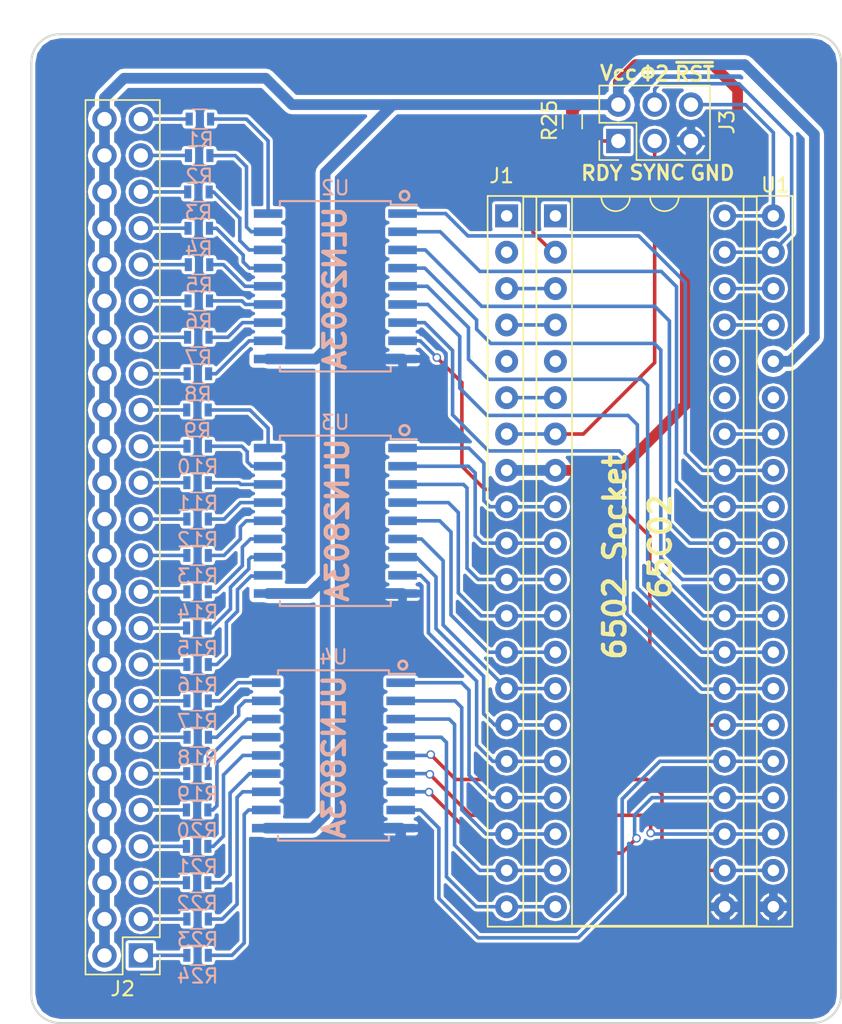
<source format=kicad_pcb>
(kicad_pcb (version 4) (host pcbnew 4.0.7)
  (layers (0 F.Cu signal) (31 B.Cu signal) (34 B.Paste user) (35 F.Paste user) (36 B.SilkS user) (37 F.SilkS user) (38 B.Mask user) (39 F.Mask user) (44 Edge.Cuts user))
  (net 0 "")
  (net 1 GND)
  (net 2 "Net-(J1-Pad22)")
  (net 3 "Net-(J1-Pad3)")
  (net 4 "Net-(J1-Pad23)")
  (net 5 "Net-(J1-Pad4)")
  (net 6 "Net-(J1-Pad24)")
  (net 7 "Net-(J1-Pad25)")
  (net 8 "Net-(J1-Pad6)")
  (net 9 "Net-(J1-Pad26)")
  (net 10 /SYNC)
  (net 11 "Net-(J1-Pad27)")
  (net 12 VCC)
  (net 13 "Net-(J1-Pad28)")
  (net 14 "Net-(J1-Pad9)")
  (net 15 "Net-(J1-Pad29)")
  (net 16 "Net-(J1-Pad10)")
  (net 17 "Net-(J1-Pad30)")
  (net 18 "Net-(J1-Pad11)")
  (net 19 "Net-(J1-Pad31)")
  (net 20 "Net-(J1-Pad12)")
  (net 21 "Net-(J1-Pad32)")
  (net 22 "Net-(J1-Pad13)")
  (net 23 "Net-(J1-Pad33)")
  (net 24 "Net-(J1-Pad14)")
  (net 25 "Net-(J1-Pad34)")
  (net 26 "Net-(J1-Pad15)")
  (net 27 "Net-(J1-Pad16)")
  (net 28 "Net-(J1-Pad17)")
  (net 29 "Net-(J1-Pad37)")
  (net 30 "Net-(J1-Pad18)")
  (net 31 "Net-(J1-Pad38)")
  (net 32 "Net-(J1-Pad19)")
  (net 33 "Net-(J1-Pad39)")
  (net 34 "Net-(J1-Pad20)")
  (net 35 "Net-(J1-Pad40)")
  (net 36 "Net-(J2-Pad1)")
  (net 37 "Net-(J2-Pad3)")
  (net 38 "Net-(J2-Pad5)")
  (net 39 "Net-(J2-Pad7)")
  (net 40 "Net-(J2-Pad9)")
  (net 41 "Net-(J2-Pad11)")
  (net 42 "Net-(J2-Pad13)")
  (net 43 "Net-(J2-Pad15)")
  (net 44 "Net-(J2-Pad17)")
  (net 45 "Net-(J2-Pad19)")
  (net 46 "Net-(J2-Pad21)")
  (net 47 "Net-(J2-Pad23)")
  (net 48 "Net-(J2-Pad25)")
  (net 49 "Net-(J2-Pad27)")
  (net 50 "Net-(J2-Pad29)")
  (net 51 "Net-(J2-Pad31)")
  (net 52 "Net-(J2-Pad33)")
  (net 53 "Net-(J2-Pad35)")
  (net 54 "Net-(J2-Pad37)")
  (net 55 "Net-(J2-Pad39)")
  (net 56 "Net-(J2-Pad41)")
  (net 57 "Net-(J2-Pad43)")
  (net 58 "Net-(J2-Pad45)")
  (net 59 "Net-(J2-Pad47)")
  (net 60 /RDY)
  (net 61 "Net-(R1-Pad2)")
  (net 62 "Net-(R2-Pad2)")
  (net 63 "Net-(R3-Pad2)")
  (net 64 "Net-(R4-Pad2)")
  (net 65 "Net-(R5-Pad2)")
  (net 66 "Net-(R6-Pad2)")
  (net 67 "Net-(R7-Pad2)")
  (net 68 "Net-(R8-Pad2)")
  (net 69 "Net-(R9-Pad2)")
  (net 70 "Net-(R10-Pad2)")
  (net 71 "Net-(R11-Pad2)")
  (net 72 "Net-(R12-Pad2)")
  (net 73 "Net-(R13-Pad2)")
  (net 74 "Net-(R14-Pad2)")
  (net 75 "Net-(R15-Pad2)")
  (net 76 "Net-(R16-Pad2)")
  (net 77 "Net-(R17-Pad2)")
  (net 78 "Net-(R18-Pad2)")
  (net 79 "Net-(R19-Pad2)")
  (net 80 "Net-(R20-Pad2)")
  (net 81 "Net-(R21-Pad2)")
  (net 82 "Net-(R22-Pad2)")
  (net 83 "Net-(R23-Pad2)")
  (net 84 "Net-(R24-Pad2)")
  (module Housings_DIP:DIP-40_W15.24mm_Socket (layer F.Cu) (at 79.56 80.17)
    (fp_text reference J1 (at -0.35 -2.8) (layer F.SilkS))
    (fp_text value 6502_socket)
    (pad 1 thru_hole rect (at 0 0) (size 1.6 1.6) (drill 0.8) (layers *.Cu *.Mask))
    (pad 21 thru_hole oval (at 15.24 48.26) (size 1.6 1.6) (drill 0.8) (layers *.Cu *.Mask) (net 1 GND))
    (pad 2 thru_hole oval (at 0 2.54) (size 1.6 1.6) (drill 0.8) (layers *.Cu *.Mask))
    (pad 22 thru_hole oval (at 15.24 45.72) (size 1.6 1.6) (drill 0.8) (layers *.Cu *.Mask) (net 2 "Net-(J1-Pad22)"))
    (pad 3 thru_hole oval (at 0 5.08) (size 1.6 1.6) (drill 0.8) (layers *.Cu *.Mask) (net 3 "Net-(J1-Pad3)"))
    (pad 23 thru_hole oval (at 15.24 43.18) (size 1.6 1.6) (drill 0.8) (layers *.Cu *.Mask) (net 4 "Net-(J1-Pad23)"))
    (pad 4 thru_hole oval (at 0 7.62) (size 1.6 1.6) (drill 0.8) (layers *.Cu *.Mask) (net 5 "Net-(J1-Pad4)"))
    (pad 24 thru_hole oval (at 15.24 40.64) (size 1.6 1.6) (drill 0.8) (layers *.Cu *.Mask) (net 6 "Net-(J1-Pad24)"))
    (pad 5 thru_hole oval (at 0 10.16) (size 1.6 1.6) (drill 0.8) (layers *.Cu *.Mask))
    (pad 25 thru_hole oval (at 15.24 38.1) (size 1.6 1.6) (drill 0.8) (layers *.Cu *.Mask) (net 7 "Net-(J1-Pad25)"))
    (pad 6 thru_hole oval (at 0 12.7) (size 1.6 1.6) (drill 0.8) (layers *.Cu *.Mask) (net 8 "Net-(J1-Pad6)"))
    (pad 26 thru_hole oval (at 15.24 35.56) (size 1.6 1.6) (drill 0.8) (layers *.Cu *.Mask) (net 9 "Net-(J1-Pad26)"))
    (pad 7 thru_hole oval (at 0 15.24) (size 1.6 1.6) (drill 0.8) (layers *.Cu *.Mask) (net 10 /SYNC))
    (pad 27 thru_hole oval (at 15.24 33.02) (size 1.6 1.6) (drill 0.8) (layers *.Cu *.Mask) (net 11 "Net-(J1-Pad27)"))
    (pad 8 thru_hole oval (at 0 17.78) (size 1.6 1.6) (drill 0.8) (layers *.Cu *.Mask) (net 12 VCC))
    (pad 28 thru_hole oval (at 15.24 30.48) (size 1.6 1.6) (drill 0.8) (layers *.Cu *.Mask) (net 13 "Net-(J1-Pad28)"))
    (pad 9 thru_hole oval (at 0 20.32) (size 1.6 1.6) (drill 0.8) (layers *.Cu *.Mask) (net 14 "Net-(J1-Pad9)"))
    (pad 29 thru_hole oval (at 15.24 27.94) (size 1.6 1.6) (drill 0.8) (layers *.Cu *.Mask) (net 15 "Net-(J1-Pad29)"))
    (pad 10 thru_hole oval (at 0 22.86) (size 1.6 1.6) (drill 0.8) (layers *.Cu *.Mask) (net 16 "Net-(J1-Pad10)"))
    (pad 30 thru_hole oval (at 15.24 25.4) (size 1.6 1.6) (drill 0.8) (layers *.Cu *.Mask) (net 17 "Net-(J1-Pad30)"))
    (pad 11 thru_hole oval (at 0 25.4) (size 1.6 1.6) (drill 0.8) (layers *.Cu *.Mask) (net 18 "Net-(J1-Pad11)"))
    (pad 31 thru_hole oval (at 15.24 22.86) (size 1.6 1.6) (drill 0.8) (layers *.Cu *.Mask) (net 19 "Net-(J1-Pad31)"))
    (pad 12 thru_hole oval (at 0 27.94) (size 1.6 1.6) (drill 0.8) (layers *.Cu *.Mask) (net 20 "Net-(J1-Pad12)"))
    (pad 32 thru_hole oval (at 15.24 20.32) (size 1.6 1.6) (drill 0.8) (layers *.Cu *.Mask) (net 21 "Net-(J1-Pad32)"))
    (pad 13 thru_hole oval (at 0 30.48) (size 1.6 1.6) (drill 0.8) (layers *.Cu *.Mask) (net 22 "Net-(J1-Pad13)"))
    (pad 33 thru_hole oval (at 15.24 17.78) (size 1.6 1.6) (drill 0.8) (layers *.Cu *.Mask) (net 23 "Net-(J1-Pad33)"))
    (pad 14 thru_hole oval (at 0 33.02) (size 1.6 1.6) (drill 0.8) (layers *.Cu *.Mask) (net 24 "Net-(J1-Pad14)"))
    (pad 34 thru_hole oval (at 15.24 15.24) (size 1.6 1.6) (drill 0.8) (layers *.Cu *.Mask) (net 25 "Net-(J1-Pad34)"))
    (pad 15 thru_hole oval (at 0 35.56) (size 1.6 1.6) (drill 0.8) (layers *.Cu *.Mask) (net 26 "Net-(J1-Pad15)"))
    (pad 35 thru_hole oval (at 15.24 12.7) (size 1.6 1.6) (drill 0.8) (layers *.Cu *.Mask))
    (pad 16 thru_hole oval (at 0 38.1) (size 1.6 1.6) (drill 0.8) (layers *.Cu *.Mask) (net 27 "Net-(J1-Pad16)"))
    (pad 36 thru_hole oval (at 15.24 10.16) (size 1.6 1.6) (drill 0.8) (layers *.Cu *.Mask))
    (pad 17 thru_hole oval (at 0 40.64) (size 1.6 1.6) (drill 0.8) (layers *.Cu *.Mask) (net 28 "Net-(J1-Pad17)"))
    (pad 37 thru_hole oval (at 15.24 7.62) (size 1.6 1.6) (drill 0.8) (layers *.Cu *.Mask) (net 29 "Net-(J1-Pad37)"))
    (pad 18 thru_hole oval (at 0 43.18) (size 1.6 1.6) (drill 0.8) (layers *.Cu *.Mask) (net 30 "Net-(J1-Pad18)"))
    (pad 38 thru_hole oval (at 15.24 5.08) (size 1.6 1.6) (drill 0.8) (layers *.Cu *.Mask) (net 31 "Net-(J1-Pad38)"))
    (pad 19 thru_hole oval (at 0 45.72) (size 1.6 1.6) (drill 0.8) (layers *.Cu *.Mask) (net 32 "Net-(J1-Pad19)"))
    (pad 39 thru_hole oval (at 15.24 2.54) (size 1.6 1.6) (drill 0.8) (layers *.Cu *.Mask) (net 33 "Net-(J1-Pad39)"))
    (pad 20 thru_hole oval (at 0 48.26) (size 1.6 1.6) (drill 0.8) (layers *.Cu *.Mask) (net 34 "Net-(J1-Pad20)"))
    (pad 40 thru_hole oval (at 15.24 0) (size 1.6 1.6) (drill 0.8) (layers *.Cu *.Mask) (net 35 "Net-(J1-Pad40)"))
  )
  (module Pin_Headers:Pin_Header_Straight_2x24_Pitch2.54mm (layer F.Cu) (at 53.98 131.83 180)
    (fp_text reference J2 (at 1.27 -2.33 180) (layer F.SilkS))
    (fp_text value Conn_02x24_Odd_Even)
    (pad 1 thru_hole rect (at 0 0 180) (size 1.7 1.7) (drill 1) (layers *.Cu *.Mask) (net 36 "Net-(J2-Pad1)"))
    (pad 2 thru_hole oval (at 2.54 0 180) (size 1.7 1.7) (drill 1) (layers *.Cu *.Mask) (net 12 VCC))
    (pad 3 thru_hole oval (at 0 2.54 180) (size 1.7 1.7) (drill 1) (layers *.Cu *.Mask) (net 37 "Net-(J2-Pad3)"))
    (pad 4 thru_hole oval (at 2.54 2.54 180) (size 1.7 1.7) (drill 1) (layers *.Cu *.Mask) (net 12 VCC))
    (pad 5 thru_hole oval (at 0 5.08 180) (size 1.7 1.7) (drill 1) (layers *.Cu *.Mask) (net 38 "Net-(J2-Pad5)"))
    (pad 6 thru_hole oval (at 2.54 5.08 180) (size 1.7 1.7) (drill 1) (layers *.Cu *.Mask) (net 12 VCC))
    (pad 7 thru_hole oval (at 0 7.62 180) (size 1.7 1.7) (drill 1) (layers *.Cu *.Mask) (net 39 "Net-(J2-Pad7)"))
    (pad 8 thru_hole oval (at 2.54 7.62 180) (size 1.7 1.7) (drill 1) (layers *.Cu *.Mask) (net 12 VCC))
    (pad 9 thru_hole oval (at 0 10.16 180) (size 1.7 1.7) (drill 1) (layers *.Cu *.Mask) (net 40 "Net-(J2-Pad9)"))
    (pad 10 thru_hole oval (at 2.54 10.16 180) (size 1.7 1.7) (drill 1) (layers *.Cu *.Mask) (net 12 VCC))
    (pad 11 thru_hole oval (at 0 12.7 180) (size 1.7 1.7) (drill 1) (layers *.Cu *.Mask) (net 41 "Net-(J2-Pad11)"))
    (pad 12 thru_hole oval (at 2.54 12.7 180) (size 1.7 1.7) (drill 1) (layers *.Cu *.Mask) (net 12 VCC))
    (pad 13 thru_hole oval (at 0 15.24 180) (size 1.7 1.7) (drill 1) (layers *.Cu *.Mask) (net 42 "Net-(J2-Pad13)"))
    (pad 14 thru_hole oval (at 2.54 15.24 180) (size 1.7 1.7) (drill 1) (layers *.Cu *.Mask) (net 12 VCC))
    (pad 15 thru_hole oval (at 0 17.78 180) (size 1.7 1.7) (drill 1) (layers *.Cu *.Mask) (net 43 "Net-(J2-Pad15)"))
    (pad 16 thru_hole oval (at 2.54 17.78 180) (size 1.7 1.7) (drill 1) (layers *.Cu *.Mask) (net 12 VCC))
    (pad 17 thru_hole oval (at 0 20.32 180) (size 1.7 1.7) (drill 1) (layers *.Cu *.Mask) (net 44 "Net-(J2-Pad17)"))
    (pad 18 thru_hole oval (at 2.54 20.32 180) (size 1.7 1.7) (drill 1) (layers *.Cu *.Mask) (net 12 VCC))
    (pad 19 thru_hole oval (at 0 22.86 180) (size 1.7 1.7) (drill 1) (layers *.Cu *.Mask) (net 45 "Net-(J2-Pad19)"))
    (pad 20 thru_hole oval (at 2.54 22.86 180) (size 1.7 1.7) (drill 1) (layers *.Cu *.Mask) (net 12 VCC))
    (pad 21 thru_hole oval (at 0 25.4 180) (size 1.7 1.7) (drill 1) (layers *.Cu *.Mask) (net 46 "Net-(J2-Pad21)"))
    (pad 22 thru_hole oval (at 2.54 25.4 180) (size 1.7 1.7) (drill 1) (layers *.Cu *.Mask) (net 12 VCC))
    (pad 23 thru_hole oval (at 0 27.94 180) (size 1.7 1.7) (drill 1) (layers *.Cu *.Mask) (net 47 "Net-(J2-Pad23)"))
    (pad 24 thru_hole oval (at 2.54 27.94 180) (size 1.7 1.7) (drill 1) (layers *.Cu *.Mask) (net 12 VCC))
    (pad 25 thru_hole oval (at 0 30.48 180) (size 1.7 1.7) (drill 1) (layers *.Cu *.Mask) (net 48 "Net-(J2-Pad25)"))
    (pad 26 thru_hole oval (at 2.54 30.48 180) (size 1.7 1.7) (drill 1) (layers *.Cu *.Mask) (net 12 VCC))
    (pad 27 thru_hole oval (at 0 33.02 180) (size 1.7 1.7) (drill 1) (layers *.Cu *.Mask) (net 49 "Net-(J2-Pad27)"))
    (pad 28 thru_hole oval (at 2.54 33.02 180) (size 1.7 1.7) (drill 1) (layers *.Cu *.Mask) (net 12 VCC))
    (pad 29 thru_hole oval (at 0 35.56 180) (size 1.7 1.7) (drill 1) (layers *.Cu *.Mask) (net 50 "Net-(J2-Pad29)"))
    (pad 30 thru_hole oval (at 2.54 35.56 180) (size 1.7 1.7) (drill 1) (layers *.Cu *.Mask) (net 12 VCC))
    (pad 31 thru_hole oval (at 0 38.1 180) (size 1.7 1.7) (drill 1) (layers *.Cu *.Mask) (net 51 "Net-(J2-Pad31)"))
    (pad 32 thru_hole oval (at 2.54 38.1 180) (size 1.7 1.7) (drill 1) (layers *.Cu *.Mask) (net 12 VCC))
    (pad 33 thru_hole oval (at 0 40.64 180) (size 1.7 1.7) (drill 1) (layers *.Cu *.Mask) (net 52 "Net-(J2-Pad33)"))
    (pad 34 thru_hole oval (at 2.54 40.64 180) (size 1.7 1.7) (drill 1) (layers *.Cu *.Mask) (net 12 VCC))
    (pad 35 thru_hole oval (at 0 43.18 180) (size 1.7 1.7) (drill 1) (layers *.Cu *.Mask) (net 53 "Net-(J2-Pad35)"))
    (pad 36 thru_hole oval (at 2.54 43.18 180) (size 1.7 1.7) (drill 1) (layers *.Cu *.Mask) (net 12 VCC))
    (pad 37 thru_hole oval (at 0 45.72 180) (size 1.7 1.7) (drill 1) (layers *.Cu *.Mask) (net 54 "Net-(J2-Pad37)"))
    (pad 38 thru_hole oval (at 2.54 45.72 180) (size 1.7 1.7) (drill 1) (layers *.Cu *.Mask) (net 12 VCC))
    (pad 39 thru_hole oval (at 0 48.26 180) (size 1.7 1.7) (drill 1) (layers *.Cu *.Mask) (net 55 "Net-(J2-Pad39)"))
    (pad 40 thru_hole oval (at 2.54 48.26 180) (size 1.7 1.7) (drill 1) (layers *.Cu *.Mask) (net 12 VCC))
    (pad 41 thru_hole oval (at 0 50.8 180) (size 1.7 1.7) (drill 1) (layers *.Cu *.Mask) (net 56 "Net-(J2-Pad41)"))
    (pad 42 thru_hole oval (at 2.54 50.8 180) (size 1.7 1.7) (drill 1) (layers *.Cu *.Mask) (net 12 VCC))
    (pad 43 thru_hole oval (at 0 53.34 180) (size 1.7 1.7) (drill 1) (layers *.Cu *.Mask) (net 57 "Net-(J2-Pad43)"))
    (pad 44 thru_hole oval (at 2.54 53.34 180) (size 1.7 1.7) (drill 1) (layers *.Cu *.Mask) (net 12 VCC))
    (pad 45 thru_hole oval (at 0 55.88 180) (size 1.7 1.7) (drill 1) (layers *.Cu *.Mask) (net 58 "Net-(J2-Pad45)"))
    (pad 46 thru_hole oval (at 2.54 55.88 180) (size 1.7 1.7) (drill 1) (layers *.Cu *.Mask) (net 12 VCC))
    (pad 47 thru_hole oval (at 0 58.42 180) (size 1.7 1.7) (drill 1) (layers *.Cu *.Mask) (net 59 "Net-(J2-Pad47)"))
    (pad 48 thru_hole oval (at 2.54 58.42 180) (size 1.7 1.7) (drill 1) (layers *.Cu *.Mask) (net 12 VCC))
  )
  (module Pin_Headers:Pin_Header_Straight_2x03_Pitch2.54mm (layer F.Cu) (at 87.37 74.94 90)
    (fp_text reference J3 (at 1.32 7.6 90) (layer F.SilkS))
    (fp_text value Conn_02x03_Odd_Even)
    (pad 1 thru_hole rect (at 0 0 90) (size 1.7 1.7) (drill 1) (layers *.Cu *.Mask) (net 60 /RDY))
    (pad 2 thru_hole oval (at 2.54 0 90) (size 1.7 1.7) (drill 1) (layers *.Cu *.Mask) (net 12 VCC))
    (pad 3 thru_hole oval (at 0 2.54 90) (size 1.7 1.7) (drill 1) (layers *.Cu *.Mask) (net 10 /SYNC))
    (pad 4 thru_hole oval (at 2.54 2.54 90) (size 1.7 1.7) (drill 1) (layers *.Cu *.Mask) (net 33 "Net-(J1-Pad39)"))
    (pad 5 thru_hole oval (at 0 5.08 90) (size 1.7 1.7) (drill 1) (layers *.Cu *.Mask) (net 1 GND))
    (pad 6 thru_hole oval (at 2.54 5.08 90) (size 1.7 1.7) (drill 1) (layers *.Cu *.Mask) (net 35 "Net-(J1-Pad40)"))
  )
  (module Resistors_SMD:R_0603 (layer B.Cu) (at 58.11 73.41)
    (fp_text reference R1 (at 0 1.45) (layer B.SilkS) (effects (justify mirror)))
    (fp_text value 4k7)
    (pad 1 smd rect (at -0.75 0) (size 0.5 0.9) (layers B.Cu B.Paste B.Mask) (net 59 "Net-(J2-Pad47)"))
    (pad 2 smd rect (at 0.75 0) (size 0.5 0.9) (layers B.Cu B.Paste B.Mask) (net 61 "Net-(R1-Pad2)"))
  )
  (module Resistors_SMD:R_0603 (layer B.Cu) (at 58.06 75.96)
    (fp_text reference R2 (at 0 1.45) (layer B.SilkS) (effects (justify mirror)))
    (fp_text value 4k7)
    (pad 1 smd rect (at -0.75 0) (size 0.5 0.9) (layers B.Cu B.Paste B.Mask) (net 58 "Net-(J2-Pad45)"))
    (pad 2 smd rect (at 0.75 0) (size 0.5 0.9) (layers B.Cu B.Paste B.Mask) (net 62 "Net-(R2-Pad2)"))
  )
  (module Resistors_SMD:R_0603 (layer B.Cu) (at 58.01 78.5)
    (fp_text reference R3 (at 0 1.45) (layer B.SilkS) (effects (justify mirror)))
    (fp_text value 4k7)
    (pad 1 smd rect (at -0.75 0) (size 0.5 0.9) (layers B.Cu B.Paste B.Mask) (net 57 "Net-(J2-Pad43)"))
    (pad 2 smd rect (at 0.75 0) (size 0.5 0.9) (layers B.Cu B.Paste B.Mask) (net 63 "Net-(R3-Pad2)"))
  )
  (module Resistors_SMD:R_0603 (layer B.Cu) (at 58.03 81.04)
    (fp_text reference R4 (at 0 1.45) (layer B.SilkS) (effects (justify mirror)))
    (fp_text value 4k7)
    (pad 1 smd rect (at -0.75 0) (size 0.5 0.9) (layers B.Cu B.Paste B.Mask) (net 56 "Net-(J2-Pad41)"))
    (pad 2 smd rect (at 0.75 0) (size 0.5 0.9) (layers B.Cu B.Paste B.Mask) (net 64 "Net-(R4-Pad2)"))
  )
  (module Resistors_SMD:R_0603 (layer B.Cu) (at 58.05 83.58)
    (fp_text reference R5 (at 0 1.45) (layer B.SilkS) (effects (justify mirror)))
    (fp_text value 4k7)
    (pad 1 smd rect (at -0.75 0) (size 0.5 0.9) (layers B.Cu B.Paste B.Mask) (net 55 "Net-(J2-Pad39)"))
    (pad 2 smd rect (at 0.75 0) (size 0.5 0.9) (layers B.Cu B.Paste B.Mask) (net 65 "Net-(R5-Pad2)"))
  )
  (module Resistors_SMD:R_0603 (layer B.Cu) (at 58.03 86.11)
    (fp_text reference R6 (at 0 1.45) (layer B.SilkS) (effects (justify mirror)))
    (fp_text value 4k7)
    (pad 1 smd rect (at -0.75 0) (size 0.5 0.9) (layers B.Cu B.Paste B.Mask) (net 54 "Net-(J2-Pad37)"))
    (pad 2 smd rect (at 0.75 0) (size 0.5 0.9) (layers B.Cu B.Paste B.Mask) (net 66 "Net-(R6-Pad2)"))
  )
  (module Resistors_SMD:R_0603 (layer B.Cu) (at 58 88.65)
    (fp_text reference R7 (at 0 1.45) (layer B.SilkS) (effects (justify mirror)))
    (fp_text value 4k7)
    (pad 1 smd rect (at -0.75 0) (size 0.5 0.9) (layers B.Cu B.Paste B.Mask) (net 53 "Net-(J2-Pad35)"))
    (pad 2 smd rect (at 0.75 0) (size 0.5 0.9) (layers B.Cu B.Paste B.Mask) (net 67 "Net-(R7-Pad2)"))
  )
  (module Resistors_SMD:R_0603 (layer B.Cu) (at 57.97 91.2)
    (fp_text reference R8 (at 0 1.45) (layer B.SilkS) (effects (justify mirror)))
    (fp_text value 4k7)
    (pad 1 smd rect (at -0.75 0) (size 0.5 0.9) (layers B.Cu B.Paste B.Mask) (net 52 "Net-(J2-Pad33)"))
    (pad 2 smd rect (at 0.75 0) (size 0.5 0.9) (layers B.Cu B.Paste B.Mask) (net 68 "Net-(R8-Pad2)"))
  )
  (module Resistors_SMD:R_0603 (layer B.Cu) (at 57.94 93.73)
    (fp_text reference R9 (at 0 1.45) (layer B.SilkS) (effects (justify mirror)))
    (fp_text value 4k7)
    (pad 1 smd rect (at -0.75 0) (size 0.5 0.9) (layers B.Cu B.Paste B.Mask) (net 51 "Net-(J2-Pad31)"))
    (pad 2 smd rect (at 0.75 0) (size 0.5 0.9) (layers B.Cu B.Paste B.Mask) (net 69 "Net-(R9-Pad2)"))
  )
  (module Resistors_SMD:R_0603 (layer B.Cu) (at 57.96 96.26)
    (fp_text reference R10 (at 0 1.45) (layer B.SilkS) (effects (justify mirror)))
    (fp_text value 4k7)
    (pad 1 smd rect (at -0.75 0) (size 0.5 0.9) (layers B.Cu B.Paste B.Mask) (net 50 "Net-(J2-Pad29)"))
    (pad 2 smd rect (at 0.75 0) (size 0.5 0.9) (layers B.Cu B.Paste B.Mask) (net 70 "Net-(R10-Pad2)"))
  )
  (module Resistors_SMD:R_0603 (layer B.Cu) (at 57.95 98.81)
    (fp_text reference R11 (at 0 1.45) (layer B.SilkS) (effects (justify mirror)))
    (fp_text value 4k7)
    (pad 1 smd rect (at -0.75 0) (size 0.5 0.9) (layers B.Cu B.Paste B.Mask) (net 49 "Net-(J2-Pad27)"))
    (pad 2 smd rect (at 0.75 0) (size 0.5 0.9) (layers B.Cu B.Paste B.Mask) (net 71 "Net-(R11-Pad2)"))
  )
  (module Resistors_SMD:R_0603 (layer B.Cu) (at 57.95 101.35)
    (fp_text reference R12 (at 0 1.45) (layer B.SilkS) (effects (justify mirror)))
    (fp_text value 4k7)
    (pad 1 smd rect (at -0.75 0) (size 0.5 0.9) (layers B.Cu B.Paste B.Mask) (net 48 "Net-(J2-Pad25)"))
    (pad 2 smd rect (at 0.75 0) (size 0.5 0.9) (layers B.Cu B.Paste B.Mask) (net 72 "Net-(R12-Pad2)"))
  )
  (module Resistors_SMD:R_0603 (layer B.Cu) (at 57.95 103.89)
    (fp_text reference R13 (at 0 1.45) (layer B.SilkS) (effects (justify mirror)))
    (fp_text value 4k7)
    (pad 1 smd rect (at -0.75 0) (size 0.5 0.9) (layers B.Cu B.Paste B.Mask) (net 47 "Net-(J2-Pad23)"))
    (pad 2 smd rect (at 0.75 0) (size 0.5 0.9) (layers B.Cu B.Paste B.Mask) (net 73 "Net-(R13-Pad2)"))
  )
  (module Resistors_SMD:R_0603 (layer B.Cu) (at 57.95 106.43)
    (fp_text reference R14 (at 0 1.45) (layer B.SilkS) (effects (justify mirror)))
    (fp_text value 4k7)
    (pad 1 smd rect (at -0.75 0) (size 0.5 0.9) (layers B.Cu B.Paste B.Mask) (net 46 "Net-(J2-Pad21)"))
    (pad 2 smd rect (at 0.75 0) (size 0.5 0.9) (layers B.Cu B.Paste B.Mask) (net 74 "Net-(R14-Pad2)"))
  )
  (module Resistors_SMD:R_0603 (layer B.Cu) (at 57.93 108.96)
    (fp_text reference R15 (at 0 1.45) (layer B.SilkS) (effects (justify mirror)))
    (fp_text value 4k7)
    (pad 1 smd rect (at -0.75 0) (size 0.5 0.9) (layers B.Cu B.Paste B.Mask) (net 45 "Net-(J2-Pad19)"))
    (pad 2 smd rect (at 0.75 0) (size 0.5 0.9) (layers B.Cu B.Paste B.Mask) (net 75 "Net-(R15-Pad2)"))
  )
  (module Resistors_SMD:R_0603 (layer B.Cu) (at 57.95 111.51)
    (fp_text reference R16 (at 0 1.45) (layer B.SilkS) (effects (justify mirror)))
    (fp_text value 4k7)
    (pad 1 smd rect (at -0.75 0) (size 0.5 0.9) (layers B.Cu B.Paste B.Mask) (net 44 "Net-(J2-Pad17)"))
    (pad 2 smd rect (at 0.75 0) (size 0.5 0.9) (layers B.Cu B.Paste B.Mask) (net 76 "Net-(R16-Pad2)"))
  )
  (module Resistors_SMD:R_0603 (layer B.Cu) (at 57.95 114.05)
    (fp_text reference R17 (at 0 1.45) (layer B.SilkS) (effects (justify mirror)))
    (fp_text value 4k7)
    (pad 1 smd rect (at -0.75 0) (size 0.5 0.9) (layers B.Cu B.Paste B.Mask) (net 43 "Net-(J2-Pad15)"))
    (pad 2 smd rect (at 0.75 0) (size 0.5 0.9) (layers B.Cu B.Paste B.Mask) (net 77 "Net-(R17-Pad2)"))
  )
  (module Resistors_SMD:R_0603 (layer B.Cu) (at 57.96 116.59)
    (fp_text reference R18 (at 0 1.45) (layer B.SilkS) (effects (justify mirror)))
    (fp_text value 4k7)
    (pad 1 smd rect (at -0.75 0) (size 0.5 0.9) (layers B.Cu B.Paste B.Mask) (net 42 "Net-(J2-Pad13)"))
    (pad 2 smd rect (at 0.75 0) (size 0.5 0.9) (layers B.Cu B.Paste B.Mask) (net 78 "Net-(R18-Pad2)"))
  )
  (module Resistors_SMD:R_0603 (layer B.Cu) (at 57.94 119.13)
    (fp_text reference R19 (at 0 1.45) (layer B.SilkS) (effects (justify mirror)))
    (fp_text value 4k7)
    (pad 1 smd rect (at -0.75 0) (size 0.5 0.9) (layers B.Cu B.Paste B.Mask) (net 41 "Net-(J2-Pad11)"))
    (pad 2 smd rect (at 0.75 0) (size 0.5 0.9) (layers B.Cu B.Paste B.Mask) (net 79 "Net-(R19-Pad2)"))
  )
  (module Resistors_SMD:R_0603 (layer B.Cu) (at 57.92 121.67)
    (fp_text reference R20 (at 0 1.45) (layer B.SilkS) (effects (justify mirror)))
    (fp_text value 4k7)
    (pad 1 smd rect (at -0.75 0) (size 0.5 0.9) (layers B.Cu B.Paste B.Mask) (net 40 "Net-(J2-Pad9)"))
    (pad 2 smd rect (at 0.75 0) (size 0.5 0.9) (layers B.Cu B.Paste B.Mask) (net 80 "Net-(R20-Pad2)"))
  )
  (module Resistors_SMD:R_0603 (layer B.Cu) (at 57.92 124.21)
    (fp_text reference R21 (at 0 1.45) (layer B.SilkS) (effects (justify mirror)))
    (fp_text value 4k7)
    (pad 1 smd rect (at -0.75 0) (size 0.5 0.9) (layers B.Cu B.Paste B.Mask) (net 39 "Net-(J2-Pad7)"))
    (pad 2 smd rect (at 0.75 0) (size 0.5 0.9) (layers B.Cu B.Paste B.Mask) (net 81 "Net-(R21-Pad2)"))
  )
  (module Resistors_SMD:R_0603 (layer B.Cu) (at 57.92 126.75)
    (fp_text reference R22 (at 0 1.45) (layer B.SilkS) (effects (justify mirror)))
    (fp_text value 4k7)
    (pad 1 smd rect (at -0.75 0) (size 0.5 0.9) (layers B.Cu B.Paste B.Mask) (net 38 "Net-(J2-Pad5)"))
    (pad 2 smd rect (at 0.75 0) (size 0.5 0.9) (layers B.Cu B.Paste B.Mask) (net 82 "Net-(R22-Pad2)"))
  )
  (module Resistors_SMD:R_0603 (layer B.Cu) (at 57.95 129.29)
    (fp_text reference R23 (at 0 1.45) (layer B.SilkS) (effects (justify mirror)))
    (fp_text value 4k7)
    (pad 1 smd rect (at -0.75 0) (size 0.5 0.9) (layers B.Cu B.Paste B.Mask) (net 37 "Net-(J2-Pad3)"))
    (pad 2 smd rect (at 0.75 0) (size 0.5 0.9) (layers B.Cu B.Paste B.Mask) (net 83 "Net-(R23-Pad2)"))
  )
  (module Resistors_SMD:R_0603 (layer B.Cu) (at 57.95 131.82)
    (fp_text reference R24 (at 0 1.45) (layer B.SilkS) (effects (justify mirror)))
    (fp_text value 4k7)
    (pad 1 smd rect (at -0.75 0) (size 0.5 0.9) (layers B.Cu B.Paste B.Mask) (net 36 "Net-(J2-Pad1)"))
    (pad 2 smd rect (at 0.75 0) (size 0.5 0.9) (layers B.Cu B.Paste B.Mask) (net 84 "Net-(R24-Pad2)"))
  )
  (module Resistors_SMD:R_0603 (layer F.Cu) (at 84.16 73.57 270)
    (fp_text reference R25 (at -0.06 1.6 270) (layer F.SilkS))
    (fp_text value 10k)
    (pad 1 smd rect (at -0.75 0 270) (size 0.5 0.9) (layers F.Cu F.Paste F.Mask) (net 12 VCC))
    (pad 2 smd rect (at 0.75 0 270) (size 0.5 0.9) (layers F.Cu F.Paste F.Mask) (net 60 /RDY))
  )
  (module Housings_DIP:DIP-40_W15.24mm_Socket (layer F.Cu) (at 82.97 80.17)
    (fp_text reference U1 (at 15.38 -2.16) (layer F.SilkS))
    (fp_text value WD65C02)
    (pad 1 thru_hole rect (at 0 0) (size 1.6 1.6) (drill 0.8) (layers *.Cu *.Mask))
    (pad 21 thru_hole oval (at 15.24 48.26) (size 1.6 1.6) (drill 0.8) (layers *.Cu *.Mask) (net 1 GND))
    (pad 2 thru_hole oval (at 0 2.54) (size 1.6 1.6) (drill 0.8) (layers *.Cu *.Mask) (net 60 /RDY))
    (pad 22 thru_hole oval (at 15.24 45.72) (size 1.6 1.6) (drill 0.8) (layers *.Cu *.Mask) (net 2 "Net-(J1-Pad22)"))
    (pad 3 thru_hole oval (at 0 5.08) (size 1.6 1.6) (drill 0.8) (layers *.Cu *.Mask) (net 3 "Net-(J1-Pad3)"))
    (pad 23 thru_hole oval (at 15.24 43.18) (size 1.6 1.6) (drill 0.8) (layers *.Cu *.Mask) (net 4 "Net-(J1-Pad23)"))
    (pad 4 thru_hole oval (at 0 7.62) (size 1.6 1.6) (drill 0.8) (layers *.Cu *.Mask) (net 5 "Net-(J1-Pad4)"))
    (pad 24 thru_hole oval (at 15.24 40.64) (size 1.6 1.6) (drill 0.8) (layers *.Cu *.Mask) (net 6 "Net-(J1-Pad24)"))
    (pad 5 thru_hole oval (at 0 10.16) (size 1.6 1.6) (drill 0.8) (layers *.Cu *.Mask))
    (pad 25 thru_hole oval (at 15.24 38.1) (size 1.6 1.6) (drill 0.8) (layers *.Cu *.Mask) (net 7 "Net-(J1-Pad25)"))
    (pad 6 thru_hole oval (at 0 12.7) (size 1.6 1.6) (drill 0.8) (layers *.Cu *.Mask) (net 8 "Net-(J1-Pad6)"))
    (pad 26 thru_hole oval (at 15.24 35.56) (size 1.6 1.6) (drill 0.8) (layers *.Cu *.Mask) (net 9 "Net-(J1-Pad26)"))
    (pad 7 thru_hole oval (at 0 15.24) (size 1.6 1.6) (drill 0.8) (layers *.Cu *.Mask) (net 10 /SYNC))
    (pad 27 thru_hole oval (at 15.24 33.02) (size 1.6 1.6) (drill 0.8) (layers *.Cu *.Mask) (net 11 "Net-(J1-Pad27)"))
    (pad 8 thru_hole oval (at 0 17.78) (size 1.6 1.6) (drill 0.8) (layers *.Cu *.Mask) (net 12 VCC))
    (pad 28 thru_hole oval (at 15.24 30.48) (size 1.6 1.6) (drill 0.8) (layers *.Cu *.Mask) (net 13 "Net-(J1-Pad28)"))
    (pad 9 thru_hole oval (at 0 20.32) (size 1.6 1.6) (drill 0.8) (layers *.Cu *.Mask) (net 14 "Net-(J1-Pad9)"))
    (pad 29 thru_hole oval (at 15.24 27.94) (size 1.6 1.6) (drill 0.8) (layers *.Cu *.Mask) (net 15 "Net-(J1-Pad29)"))
    (pad 10 thru_hole oval (at 0 22.86) (size 1.6 1.6) (drill 0.8) (layers *.Cu *.Mask) (net 16 "Net-(J1-Pad10)"))
    (pad 30 thru_hole oval (at 15.24 25.4) (size 1.6 1.6) (drill 0.8) (layers *.Cu *.Mask) (net 17 "Net-(J1-Pad30)"))
    (pad 11 thru_hole oval (at 0 25.4) (size 1.6 1.6) (drill 0.8) (layers *.Cu *.Mask) (net 18 "Net-(J1-Pad11)"))
    (pad 31 thru_hole oval (at 15.24 22.86) (size 1.6 1.6) (drill 0.8) (layers *.Cu *.Mask) (net 19 "Net-(J1-Pad31)"))
    (pad 12 thru_hole oval (at 0 27.94) (size 1.6 1.6) (drill 0.8) (layers *.Cu *.Mask) (net 20 "Net-(J1-Pad12)"))
    (pad 32 thru_hole oval (at 15.24 20.32) (size 1.6 1.6) (drill 0.8) (layers *.Cu *.Mask) (net 21 "Net-(J1-Pad32)"))
    (pad 13 thru_hole oval (at 0 30.48) (size 1.6 1.6) (drill 0.8) (layers *.Cu *.Mask) (net 22 "Net-(J1-Pad13)"))
    (pad 33 thru_hole oval (at 15.24 17.78) (size 1.6 1.6) (drill 0.8) (layers *.Cu *.Mask) (net 23 "Net-(J1-Pad33)"))
    (pad 14 thru_hole oval (at 0 33.02) (size 1.6 1.6) (drill 0.8) (layers *.Cu *.Mask) (net 24 "Net-(J1-Pad14)"))
    (pad 34 thru_hole oval (at 15.24 15.24) (size 1.6 1.6) (drill 0.8) (layers *.Cu *.Mask) (net 25 "Net-(J1-Pad34)"))
    (pad 15 thru_hole oval (at 0 35.56) (size 1.6 1.6) (drill 0.8) (layers *.Cu *.Mask) (net 26 "Net-(J1-Pad15)"))
    (pad 35 thru_hole oval (at 15.24 12.7) (size 1.6 1.6) (drill 0.8) (layers *.Cu *.Mask))
    (pad 16 thru_hole oval (at 0 38.1) (size 1.6 1.6) (drill 0.8) (layers *.Cu *.Mask) (net 27 "Net-(J1-Pad16)"))
    (pad 36 thru_hole oval (at 15.24 10.16) (size 1.6 1.6) (drill 0.8) (layers *.Cu *.Mask) (net 12 VCC))
    (pad 17 thru_hole oval (at 0 40.64) (size 1.6 1.6) (drill 0.8) (layers *.Cu *.Mask) (net 28 "Net-(J1-Pad17)"))
    (pad 37 thru_hole oval (at 15.24 7.62) (size 1.6 1.6) (drill 0.8) (layers *.Cu *.Mask) (net 29 "Net-(J1-Pad37)"))
    (pad 18 thru_hole oval (at 0 43.18) (size 1.6 1.6) (drill 0.8) (layers *.Cu *.Mask) (net 30 "Net-(J1-Pad18)"))
    (pad 38 thru_hole oval (at 15.24 5.08) (size 1.6 1.6) (drill 0.8) (layers *.Cu *.Mask) (net 31 "Net-(J1-Pad38)"))
    (pad 19 thru_hole oval (at 0 45.72) (size 1.6 1.6) (drill 0.8) (layers *.Cu *.Mask) (net 32 "Net-(J1-Pad19)"))
    (pad 39 thru_hole oval (at 15.24 2.54) (size 1.6 1.6) (drill 0.8) (layers *.Cu *.Mask) (net 33 "Net-(J1-Pad39)"))
    (pad 20 thru_hole oval (at 0 48.26) (size 1.6 1.6) (drill 0.8) (layers *.Cu *.Mask) (net 34 "Net-(J1-Pad20)"))
    (pad 40 thru_hole oval (at 15.24 0) (size 1.6 1.6) (drill 0.8) (layers *.Cu *.Mask) (net 35 "Net-(J1-Pad40)"))
  )
  (module Housings_SOIC:SOIC-18W_7.5x11.6mm_Pitch1.27mm (layer B.Cu) (at 67.58 85.09 180)
    (fp_text reference U2 (at 0 6.875 180) (layer B.SilkS) (effects (justify mirror)))
    (fp_text value ULN2803A)
    (pad 1 smd rect (at -4.7 5.08 180) (size 2 0.6) (layers B.Cu B.Paste B.Mask) (net 23 "Net-(J1-Pad33)"))
    (pad 2 smd rect (at -4.7 3.81 180) (size 2 0.6) (layers B.Cu B.Paste B.Mask) (net 21 "Net-(J1-Pad32)"))
    (pad 3 smd rect (at -4.7 2.54 180) (size 2 0.6) (layers B.Cu B.Paste B.Mask) (net 19 "Net-(J1-Pad31)"))
    (pad 4 smd rect (at -4.7 1.27 180) (size 2 0.6) (layers B.Cu B.Paste B.Mask) (net 17 "Net-(J1-Pad30)"))
    (pad 5 smd rect (at -4.7 0 180) (size 2 0.6) (layers B.Cu B.Paste B.Mask) (net 15 "Net-(J1-Pad29)"))
    (pad 6 smd rect (at -4.7 -1.27 180) (size 2 0.6) (layers B.Cu B.Paste B.Mask) (net 13 "Net-(J1-Pad28)"))
    (pad 7 smd rect (at -4.7 -2.54 180) (size 2 0.6) (layers B.Cu B.Paste B.Mask) (net 11 "Net-(J1-Pad27)"))
    (pad 8 smd rect (at -4.7 -3.81 180) (size 2 0.6) (layers B.Cu B.Paste B.Mask) (net 9 "Net-(J1-Pad26)"))
    (pad 9 smd rect (at -4.7 -5.08 180) (size 2 0.6) (layers B.Cu B.Paste B.Mask) (net 1 GND))
    (pad 10 smd rect (at 4.7 -5.08 180) (size 2 0.6) (layers B.Cu B.Paste B.Mask) (net 12 VCC))
    (pad 11 smd rect (at 4.7 -3.81 180) (size 2 0.6) (layers B.Cu B.Paste B.Mask) (net 68 "Net-(R8-Pad2)"))
    (pad 12 smd rect (at 4.7 -2.54 180) (size 2 0.6) (layers B.Cu B.Paste B.Mask) (net 67 "Net-(R7-Pad2)"))
    (pad 13 smd rect (at 4.7 -1.27 180) (size 2 0.6) (layers B.Cu B.Paste B.Mask) (net 66 "Net-(R6-Pad2)"))
    (pad 14 smd rect (at 4.7 0 180) (size 2 0.6) (layers B.Cu B.Paste B.Mask) (net 65 "Net-(R5-Pad2)"))
    (pad 15 smd rect (at 4.7 1.27 180) (size 2 0.6) (layers B.Cu B.Paste B.Mask) (net 64 "Net-(R4-Pad2)"))
    (pad 16 smd rect (at 4.7 2.54 180) (size 2 0.6) (layers B.Cu B.Paste B.Mask) (net 63 "Net-(R3-Pad2)"))
    (pad 17 smd rect (at 4.7 3.81 180) (size 2 0.6) (layers B.Cu B.Paste B.Mask) (net 62 "Net-(R2-Pad2)"))
    (pad 18 smd rect (at 4.7 5.08 180) (size 2 0.6) (layers B.Cu B.Paste B.Mask) (net 61 "Net-(R1-Pad2)"))
  )
  (module Housings_SOIC:SOIC-18W_7.5x11.6mm_Pitch1.27mm (layer B.Cu) (at 67.58 101.47 180)
    (fp_text reference U3 (at 0 6.875 180) (layer B.SilkS) (effects (justify mirror)))
    (fp_text value ULN2803A)
    (pad 1 smd rect (at -4.7 5.08 180) (size 2 0.6) (layers B.Cu B.Paste B.Mask) (net 14 "Net-(J1-Pad9)"))
    (pad 2 smd rect (at -4.7 3.81 180) (size 2 0.6) (layers B.Cu B.Paste B.Mask) (net 16 "Net-(J1-Pad10)"))
    (pad 3 smd rect (at -4.7 2.54 180) (size 2 0.6) (layers B.Cu B.Paste B.Mask) (net 18 "Net-(J1-Pad11)"))
    (pad 4 smd rect (at -4.7 1.27 180) (size 2 0.6) (layers B.Cu B.Paste B.Mask) (net 20 "Net-(J1-Pad12)"))
    (pad 5 smd rect (at -4.7 0 180) (size 2 0.6) (layers B.Cu B.Paste B.Mask) (net 22 "Net-(J1-Pad13)"))
    (pad 6 smd rect (at -4.7 -1.27 180) (size 2 0.6) (layers B.Cu B.Paste B.Mask) (net 24 "Net-(J1-Pad14)"))
    (pad 7 smd rect (at -4.7 -2.54 180) (size 2 0.6) (layers B.Cu B.Paste B.Mask) (net 26 "Net-(J1-Pad15)"))
    (pad 8 smd rect (at -4.7 -3.81 180) (size 2 0.6) (layers B.Cu B.Paste B.Mask) (net 27 "Net-(J1-Pad16)"))
    (pad 9 smd rect (at -4.7 -5.08 180) (size 2 0.6) (layers B.Cu B.Paste B.Mask) (net 1 GND))
    (pad 10 smd rect (at 4.7 -5.08 180) (size 2 0.6) (layers B.Cu B.Paste B.Mask) (net 12 VCC))
    (pad 11 smd rect (at 4.7 -3.81 180) (size 2 0.6) (layers B.Cu B.Paste B.Mask) (net 76 "Net-(R16-Pad2)"))
    (pad 12 smd rect (at 4.7 -2.54 180) (size 2 0.6) (layers B.Cu B.Paste B.Mask) (net 75 "Net-(R15-Pad2)"))
    (pad 13 smd rect (at 4.7 -1.27 180) (size 2 0.6) (layers B.Cu B.Paste B.Mask) (net 74 "Net-(R14-Pad2)"))
    (pad 14 smd rect (at 4.7 0 180) (size 2 0.6) (layers B.Cu B.Paste B.Mask) (net 73 "Net-(R13-Pad2)"))
    (pad 15 smd rect (at 4.7 1.27 180) (size 2 0.6) (layers B.Cu B.Paste B.Mask) (net 72 "Net-(R12-Pad2)"))
    (pad 16 smd rect (at 4.7 2.54 180) (size 2 0.6) (layers B.Cu B.Paste B.Mask) (net 71 "Net-(R11-Pad2)"))
    (pad 17 smd rect (at 4.7 3.81 180) (size 2 0.6) (layers B.Cu B.Paste B.Mask) (net 70 "Net-(R10-Pad2)"))
    (pad 18 smd rect (at 4.7 5.08 180) (size 2 0.6) (layers B.Cu B.Paste B.Mask) (net 69 "Net-(R9-Pad2)"))
  )
  (module Housings_SOIC:SOIC-18W_7.5x11.6mm_Pitch1.27mm (layer B.Cu) (at 67.45 117.86 180)
    (fp_text reference U4 (at 0 6.875 180) (layer B.SilkS) (effects (justify mirror)))
    (fp_text value ULN2803A)
    (pad 1 smd rect (at -4.7 5.08 180) (size 2 0.6) (layers B.Cu B.Paste B.Mask) (net 28 "Net-(J1-Pad17)"))
    (pad 2 smd rect (at -4.7 3.81 180) (size 2 0.6) (layers B.Cu B.Paste B.Mask) (net 30 "Net-(J1-Pad18)"))
    (pad 3 smd rect (at -4.7 2.54 180) (size 2 0.6) (layers B.Cu B.Paste B.Mask) (net 32 "Net-(J1-Pad19)"))
    (pad 4 smd rect (at -4.7 1.27 180) (size 2 0.6) (layers B.Cu B.Paste B.Mask) (net 34 "Net-(J1-Pad20)"))
    (pad 5 smd rect (at -4.7 0 180) (size 2 0.6) (layers B.Cu B.Paste B.Mask) (net 2 "Net-(J1-Pad22)"))
    (pad 6 smd rect (at -4.7 -1.27 180) (size 2 0.6) (layers B.Cu B.Paste B.Mask) (net 4 "Net-(J1-Pad23)"))
    (pad 7 smd rect (at -4.7 -2.54 180) (size 2 0.6) (layers B.Cu B.Paste B.Mask) (net 6 "Net-(J1-Pad24)"))
    (pad 8 smd rect (at -4.7 -3.81 180) (size 2 0.6) (layers B.Cu B.Paste B.Mask) (net 7 "Net-(J1-Pad25)"))
    (pad 9 smd rect (at -4.7 -5.08 180) (size 2 0.6) (layers B.Cu B.Paste B.Mask) (net 1 GND))
    (pad 10 smd rect (at 4.7 -5.08 180) (size 2 0.6) (layers B.Cu B.Paste B.Mask) (net 12 VCC))
    (pad 11 smd rect (at 4.7 -3.81 180) (size 2 0.6) (layers B.Cu B.Paste B.Mask) (net 84 "Net-(R24-Pad2)"))
    (pad 12 smd rect (at 4.7 -2.54 180) (size 2 0.6) (layers B.Cu B.Paste B.Mask) (net 83 "Net-(R23-Pad2)"))
    (pad 13 smd rect (at 4.7 -1.27 180) (size 2 0.6) (layers B.Cu B.Paste B.Mask) (net 82 "Net-(R22-Pad2)"))
    (pad 14 smd rect (at 4.7 0 180) (size 2 0.6) (layers B.Cu B.Paste B.Mask) (net 81 "Net-(R21-Pad2)"))
    (pad 15 smd rect (at 4.7 1.27 180) (size 2 0.6) (layers B.Cu B.Paste B.Mask) (net 80 "Net-(R20-Pad2)"))
    (pad 16 smd rect (at 4.7 2.54 180) (size 2 0.6) (layers B.Cu B.Paste B.Mask) (net 79 "Net-(R19-Pad2)"))
    (pad 17 smd rect (at 4.7 3.81 180) (size 2 0.6) (layers B.Cu B.Paste B.Mask) (net 78 "Net-(R18-Pad2)"))
    (pad 18 smd rect (at 4.7 5.08 180) (size 2 0.6) (layers B.Cu B.Paste B.Mask) (net 77 "Net-(R17-Pad2)"))
  )
  (gr_arc (start 48.32 134.55) (end 48.32 136.55) (angle 90) (layer Edge.Cuts) (width 0.15))
  (gr_arc (start 100.95 134.55) (end 102.95 134.55) (angle 90) (layer Edge.Cuts) (width 0.15))
  (gr_arc (start 100.95 69.48) (end 100.95 67.48) (angle 90) (layer Edge.Cuts) (width 0.15))
  (gr_arc (start 48.32 69.48) (end 46.32 69.48) (angle 90) (layer Edge.Cuts) (width 0.15))
  (gr_line (start 46.32 134.55) (end 46.32 69.48) (angle 90) (layer Edge.Cuts) (width 0.15))
  (gr_line (start 100.95 136.55) (end 48.32 136.55) (angle 90) (layer Edge.Cuts) (width 0.15))
  (gr_line (start 102.95 69.48) (end 102.95 134.55) (angle 90) (layer Edge.Cuts) (width 0.15))
  (gr_line (start 48.32 67.48) (end 100.95 67.48) (angle 90) (layer Edge.Cuts) (width 0.15))
  (gr_circle (center 72.3 111.55) (end 72.48 111.78) (layer B.SilkS) (width 0.2))
  (gr_circle (center 72.42 95.14) (end 72.68 95.35) (layer B.SilkS) (width 0.2))
  (gr_circle (center 72.42 78.76) (end 72.57 79.04) (layer B.SilkS) (width 0.2))
  (gr_text ULN2803A (at 67.5 117.96 90) (layer B.SilkS) (effects (font (size 1.5 1.5) (thickness 0.3)) (justify mirror)))
  (gr_text ULN2803A (at 67.73 101.42 90) (layer B.SilkS) (effects (font (size 1.5 1.5) (thickness 0.3)) (justify mirror)))
  (gr_text ULN2803A (at 67.56 85.22 90) (layer B.SilkS) (effects (font (size 1.5 1.5) (thickness 0.3)) (justify mirror)))
  (gr_text GND (at 93.95 77.18) (layer F.SilkS) (effects (font (size 1 1) (thickness 0.2))))
  (gr_text SYNC (at 90.09 77.15) (layer F.SilkS) (effects (font (size 1 1) (thickness 0.2))))
  (gr_text RDY (at 86.21 77.19) (layer F.SilkS) (effects (font (size 1 1) (thickness 0.2))))
  (gr_text ~RST (at 92.7 70.27) (layer F.SilkS) (effects (font (size 1 1) (thickness 0.2))))
  (gr_text Φ2 (at 89.91 70.24) (layer F.SilkS) (effects (font (size 1 1) (thickness 0.2))))
  (gr_text Vcc (at 87.4 70.19) (layer F.SilkS) (effects (font (size 1 1) (thickness 0.2))))
  (gr_text 65C02 (at 90.3 103.27 90) (layer F.SilkS) (effects (font (size 1.5 1.5) (thickness 0.3))))
  (gr_text "6502 Socket" (at 87.12 103.99 90) (layer F.SilkS) (effects (font (size 1.5 1.5) (thickness 0.3))))
  (segment (start 94.8 128.43) (end 98.21 128.43) (width 0.75) (layer B.Cu) (net 1))
  (segment (start 72.15 122.94) (end 72.15 127.28) (width 0.75) (layer B.Cu) (net 1))
  (segment (start 94.8 130.56) (end 94.8 128.43) (width 0.75) (layer B.Cu) (net 1))
  (segment (start 93.19 132.17) (end 94.8 130.56) (width 0.75) (layer B.Cu) (net 1))
  (segment (start 77.04 132.17) (end 93.19 132.17) (width 0.75) (layer B.Cu) (net 1))
  (segment (start 72.15 127.28) (end 77.04 132.17) (width 0.75) (layer B.Cu) (net 1))
  (segment (start 72.28 90.17) (end 69.29 90.17) (width 0.75) (layer B.Cu) (net 1))
  (segment (start 69.29 90.17) (end 68.62 89.5) (width 0.75) (layer B.Cu) (net 1))
  (segment (start 72.28 106.55) (end 69.28 106.55) (width 0.75) (layer B.Cu) (net 1))
  (segment (start 69.28 106.55) (end 68.62 105.89) (width 0.75) (layer B.Cu) (net 1))
  (segment (start 92.45 74.94) (end 92.45 76.6) (width 0.75) (layer B.Cu) (net 1))
  (segment (start 68.62 78.49) (end 68.62 89.5) (width 0.75) (layer B.Cu) (net 1))
  (segment (start 70.03 77.08) (end 68.62 78.49) (width 0.75) (layer B.Cu) (net 1))
  (segment (start 91.97 77.08) (end 70.03 77.08) (width 0.75) (layer B.Cu) (net 1))
  (segment (start 92.45 76.6) (end 91.97 77.08) (width 0.75) (layer B.Cu) (net 1))
  (segment (start 68.62 89.5) (end 68.62 105.89) (width 0.75) (layer B.Cu) (net 1))
  (segment (start 69.06 122.94) (end 72.15 122.94) (width 0.75) (layer B.Cu) (net 1))
  (segment (start 68.62 105.89) (end 68.62 122.5) (width 0.75) (layer B.Cu) (net 1))
  (segment (start 68.62 122.5) (end 69.06 122.94) (width 0.75) (layer B.Cu) (net 1))
  (segment (start 72.27 106.56) (end 72.28 106.55) (width 0.25) (layer B.Cu) (net 1))
  (segment (start 72.22 90.11) (end 72.28 90.17) (width 0.25) (layer B.Cu) (net 1))
  (segment (start 72.15 117.86) (end 74.19 117.86) (width 0.25) (layer B.Cu) (net 2))
  (segment (start 91.35 125.89) (end 94.8 125.89) (width 0.25) (layer F.Cu) (net 2))
  (segment (start 90.42 124.96) (end 91.35 125.89) (width 0.25) (layer F.Cu) (net 2))
  (segment (start 90.42 120.58) (end 90.42 124.96) (width 0.25) (layer F.Cu) (net 2))
  (segment (start 89.38 119.54) (end 90.42 120.58) (width 0.25) (layer F.Cu) (net 2))
  (segment (start 75.99 119.54) (end 89.38 119.54) (width 0.25) (layer F.Cu) (net 2))
  (segment (start 74.25 117.8) (end 75.99 119.54) (width 0.25) (layer F.Cu) (net 2))
  (via (at 74.25 117.8) (size 0.6) (drill 0.4) (layers F.Cu B.Cu) (net 2))
  (segment (start 74.19 117.86) (end 74.25 117.8) (width 0.25) (layer B.Cu) (net 2))
  (segment (start 98.21 125.89) (end 94.8 125.89) (width 0.25) (layer B.Cu) (net 2))
  (segment (start 79.56 85.25) (end 82.97 85.25) (width 0.25) (layer B.Cu) (net 3))
  (segment (start 72.15 119.13) (end 74.14 119.13) (width 0.25) (layer B.Cu) (net 4))
  (segment (start 89.7 123.35) (end 94.8 123.35) (width 0.25) (layer B.Cu) (net 4))
  (segment (start 89.63 123.28) (end 89.7 123.35) (width 0.25) (layer B.Cu) (net 4))
  (via (at 89.63 123.28) (size 0.6) (drill 0.4) (layers F.Cu B.Cu) (net 4))
  (segment (start 89.63 122.44) (end 89.63 123.28) (width 0.25) (layer F.Cu) (net 4))
  (segment (start 89.23 122.04) (end 89.63 122.44) (width 0.25) (layer F.Cu) (net 4))
  (segment (start 77.05 122.04) (end 89.23 122.04) (width 0.25) (layer F.Cu) (net 4))
  (segment (start 74.19 119.18) (end 77.05 122.04) (width 0.25) (layer F.Cu) (net 4))
  (via (at 74.19 119.18) (size 0.6) (drill 0.4) (layers F.Cu B.Cu) (net 4))
  (segment (start 74.14 119.13) (end 74.19 119.18) (width 0.25) (layer B.Cu) (net 4))
  (segment (start 98.21 123.35) (end 94.8 123.35) (width 0.25) (layer B.Cu) (net 4))
  (segment (start 79.56 87.79) (end 82.97 87.79) (width 0.25) (layer B.Cu) (net 5))
  (segment (start 72.15 120.4) (end 74.11 120.4) (width 0.25) (layer B.Cu) (net 6))
  (segment (start 89.72 120.81) (end 94.8 120.81) (width 0.25) (layer B.Cu) (net 6))
  (segment (start 88.51 122.02) (end 89.72 120.81) (width 0.25) (layer B.Cu) (net 6))
  (segment (start 88.51 123.52) (end 88.51 122.02) (width 0.25) (layer B.Cu) (net 6))
  (segment (start 88.64 123.65) (end 88.51 123.52) (width 0.25) (layer B.Cu) (net 6))
  (via (at 88.64 123.65) (size 0.6) (drill 0.4) (layers F.Cu B.Cu) (net 6))
  (segment (start 87.61 124.68) (end 88.64 123.65) (width 0.25) (layer F.Cu) (net 6))
  (segment (start 78.43 124.68) (end 87.61 124.68) (width 0.25) (layer F.Cu) (net 6))
  (segment (start 77.58 123.83) (end 78.43 124.68) (width 0.25) (layer F.Cu) (net 6))
  (segment (start 77.54 123.83) (end 77.58 123.83) (width 0.25) (layer F.Cu) (net 6))
  (segment (start 74.13 120.42) (end 77.54 123.83) (width 0.25) (layer F.Cu) (net 6))
  (via (at 74.13 120.42) (size 0.6) (drill 0.4) (layers F.Cu B.Cu) (net 6))
  (segment (start 74.11 120.4) (end 74.13 120.42) (width 0.25) (layer B.Cu) (net 6))
  (segment (start 98.21 120.81) (end 94.8 120.81) (width 0.25) (layer B.Cu) (net 6))
  (segment (start 72.15 121.67) (end 73.56 121.67) (width 0.25) (layer B.Cu) (net 7))
  (segment (start 90.27 118.27) (end 94.8 118.27) (width 0.25) (layer B.Cu) (net 7))
  (segment (start 87.64 120.9) (end 90.27 118.27) (width 0.25) (layer B.Cu) (net 7))
  (segment (start 87.64 127.53) (end 87.64 120.9) (width 0.25) (layer B.Cu) (net 7))
  (segment (start 84.57 130.6) (end 87.64 127.53) (width 0.25) (layer B.Cu) (net 7))
  (segment (start 77.57 130.6) (end 84.57 130.6) (width 0.25) (layer B.Cu) (net 7))
  (segment (start 74.82 127.85) (end 77.57 130.6) (width 0.25) (layer B.Cu) (net 7))
  (segment (start 74.82 122.93) (end 74.82 127.85) (width 0.25) (layer B.Cu) (net 7))
  (segment (start 73.56 121.67) (end 74.82 122.93) (width 0.25) (layer B.Cu) (net 7))
  (segment (start 98.21 118.27) (end 94.8 118.27) (width 0.25) (layer B.Cu) (net 7))
  (segment (start 82.97 92.87) (end 79.56 92.87) (width 0.25) (layer B.Cu) (net 8))
  (segment (start 72.28 88.9) (end 73.51 88.9) (width 0.25) (layer B.Cu) (net 9))
  (segment (start 91.77 115.73) (end 94.8 115.73) (width 0.25) (layer F.Cu) (net 9))
  (segment (start 89.57 113.53) (end 91.77 115.73) (width 0.25) (layer F.Cu) (net 9))
  (segment (start 89.57 102.56) (end 89.57 113.53) (width 0.25) (layer F.Cu) (net 9))
  (segment (start 86.249443 99.27) (end 89.57 102.56) (width 0.25) (layer F.Cu) (net 9))
  (segment (start 78.021071 99.27) (end 86.249443 99.27) (width 0.25) (layer F.Cu) (net 9))
  (segment (start 76.43 97.65) (end 78.021071 99.27) (width 0.25) (layer F.Cu) (net 9))
  (segment (start 76.43 91.82) (end 76.43 97.65) (width 0.25) (layer F.Cu) (net 9))
  (segment (start 74.68 90.07) (end 76.43 91.82) (width 0.25) (layer F.Cu) (net 9))
  (via (at 74.68 90.07) (size 0.6) (drill 0.4) (layers F.Cu B.Cu) (net 9))
  (segment (start 73.51 88.9) (end 74.68 90.07) (width 0.25) (layer B.Cu) (net 9))
  (segment (start 98.21 115.73) (end 94.8 115.73) (width 0.25) (layer B.Cu) (net 9))
  (segment (start 82.97 95.41) (end 84.92 95.41) (width 0.25) (layer F.Cu) (net 10))
  (segment (start 89.91 90.42) (end 89.91 74.94) (width 0.25) (layer F.Cu) (net 10))
  (segment (start 84.92 95.41) (end 89.91 90.42) (width 0.25) (layer F.Cu) (net 10))
  (segment (start 79.56 95.41) (end 82.97 95.41) (width 0.25) (layer B.Cu) (net 10))
  (segment (start 72.28 87.63) (end 73.83 87.63) (width 0.25) (layer B.Cu) (net 11))
  (segment (start 93.22 113.23) (end 94.76 113.23) (width 0.25) (layer B.Cu) (net 11))
  (segment (start 87.97 107.98) (end 93.22 113.23) (width 0.25) (layer B.Cu) (net 11))
  (segment (start 87.97 97.11) (end 87.97 107.98) (width 0.25) (layer B.Cu) (net 11))
  (segment (start 87.45 96.59) (end 87.97 97.11) (width 0.25) (layer B.Cu) (net 11))
  (segment (start 78.3 96.59) (end 87.45 96.59) (width 0.25) (layer B.Cu) (net 11))
  (segment (start 75.78 94.07) (end 78.3 96.59) (width 0.25) (layer B.Cu) (net 11))
  (segment (start 75.78 89.58) (end 75.78 94.07) (width 0.25) (layer B.Cu) (net 11))
  (segment (start 73.83 87.63) (end 75.78 89.58) (width 0.25) (layer B.Cu) (net 11))
  (segment (start 94.76 113.23) (end 94.8 113.19) (width 0.25) (layer B.Cu) (net 11))
  (segment (start 94.8 113.19) (end 98.21 113.19) (width 0.25) (layer B.Cu) (net 11))
  (segment (start 62.88 90.17) (end 66.21 90.17) (width 0.75) (layer B.Cu) (net 12))
  (segment (start 66.21 90.17) (end 66.87 89.51) (width 0.75) (layer B.Cu) (net 12))
  (segment (start 51.44 91.19) (end 51.44 93.73) (width 0.75) (layer B.Cu) (net 12))
  (segment (start 51.44 88.65) (end 51.44 91.19) (width 0.75) (layer B.Cu) (net 12))
  (segment (start 79.56 97.95) (end 82.97 97.95) (width 0.75) (layer B.Cu) (net 12))
  (segment (start 82.97 97.95) (end 87.48 97.95) (width 0.75) (layer F.Cu) (net 12))
  (segment (start 87.37 70.82) (end 87.37 72.4) (width 0.75) (layer F.Cu) (net 12))
  (segment (start 88.58 69.61) (end 87.37 70.82) (width 0.75) (layer F.Cu) (net 12))
  (segment (start 93.96 69.61) (end 88.58 69.61) (width 0.75) (layer F.Cu) (net 12))
  (segment (start 95.71 71.36) (end 93.96 69.61) (width 0.75) (layer F.Cu) (net 12))
  (segment (start 95.71 76.46) (end 95.71 71.36) (width 0.75) (layer F.Cu) (net 12))
  (segment (start 95.25 76.92) (end 95.71 76.46) (width 0.75) (layer F.Cu) (net 12))
  (segment (start 93.43 76.92) (end 95.25 76.92) (width 0.75) (layer F.Cu) (net 12))
  (segment (start 92.05 78.3) (end 93.43 76.92) (width 0.75) (layer F.Cu) (net 12))
  (segment (start 92.05 93.38) (end 92.05 78.3) (width 0.75) (layer F.Cu) (net 12))
  (segment (start 87.48 97.95) (end 92.05 93.38) (width 0.75) (layer F.Cu) (net 12))
  (segment (start 98.21 90.33) (end 99.37 90.33) (width 0.75) (layer B.Cu) (net 12))
  (segment (start 99.37 90.33) (end 101.08 88.62) (width 0.75) (layer B.Cu) (net 12))
  (segment (start 101.08 88.62) (end 101.08 74.48) (width 0.75) (layer B.Cu) (net 12))
  (segment (start 101.08 74.48) (end 96.21 69.61) (width 0.75) (layer B.Cu) (net 12))
  (segment (start 96.21 69.61) (end 88.88 69.61) (width 0.75) (layer B.Cu) (net 12))
  (segment (start 88.88 69.61) (end 87.37 71.12) (width 0.75) (layer B.Cu) (net 12))
  (segment (start 87.37 71.12) (end 87.37 72.4) (width 0.75) (layer B.Cu) (net 12))
  (segment (start 51.44 129.29) (end 51.44 131.83) (width 0.75) (layer B.Cu) (net 12))
  (segment (start 51.44 126.75) (end 51.44 129.29) (width 0.75) (layer B.Cu) (net 12))
  (segment (start 51.44 124.21) (end 51.44 126.75) (width 0.75) (layer B.Cu) (net 12))
  (segment (start 51.44 121.67) (end 51.44 124.21) (width 0.75) (layer B.Cu) (net 12))
  (segment (start 51.44 119.13) (end 51.44 121.67) (width 0.75) (layer B.Cu) (net 12))
  (segment (start 51.44 116.59) (end 51.44 119.13) (width 0.75) (layer B.Cu) (net 12))
  (segment (start 51.44 114.05) (end 51.44 116.59) (width 0.75) (layer B.Cu) (net 12))
  (segment (start 51.44 111.51) (end 51.44 114.05) (width 0.75) (layer B.Cu) (net 12))
  (segment (start 51.44 108.97) (end 51.44 111.51) (width 0.75) (layer B.Cu) (net 12))
  (segment (start 51.44 106.43) (end 51.44 108.97) (width 0.75) (layer B.Cu) (net 12))
  (segment (start 51.44 103.89) (end 51.44 106.43) (width 0.75) (layer B.Cu) (net 12))
  (segment (start 51.44 101.35) (end 51.44 103.89) (width 0.75) (layer B.Cu) (net 12))
  (segment (start 51.44 98.81) (end 51.44 101.35) (width 0.75) (layer B.Cu) (net 12))
  (segment (start 51.44 96.27) (end 51.44 98.81) (width 0.75) (layer B.Cu) (net 12))
  (segment (start 51.44 93.73) (end 51.44 96.27) (width 0.75) (layer B.Cu) (net 12))
  (segment (start 51.44 86.11) (end 51.44 88.65) (width 0.75) (layer B.Cu) (net 12))
  (segment (start 51.44 83.57) (end 51.44 86.11) (width 0.75) (layer B.Cu) (net 12))
  (segment (start 51.44 81.03) (end 51.44 83.57) (width 0.75) (layer B.Cu) (net 12))
  (segment (start 51.44 78.49) (end 51.44 81.03) (width 0.75) (layer B.Cu) (net 12))
  (segment (start 51.44 75.95) (end 51.44 78.49) (width 0.75) (layer B.Cu) (net 12))
  (segment (start 51.44 73.41) (end 51.44 75.95) (width 0.75) (layer B.Cu) (net 12))
  (segment (start 71.86 72.4) (end 64.55 72.4) (width 0.75) (layer B.Cu) (net 12))
  (segment (start 51.44 71.92) (end 51.44 73.41) (width 0.75) (layer B.Cu) (net 12))
  (segment (start 52.8 70.56) (end 51.44 71.92) (width 0.75) (layer B.Cu) (net 12))
  (segment (start 62.71 70.56) (end 52.8 70.56) (width 0.75) (layer B.Cu) (net 12))
  (segment (start 64.55 72.4) (end 62.71 70.56) (width 0.75) (layer B.Cu) (net 12))
  (segment (start 62.88 106.55) (end 65.77 106.55) (width 0.75) (layer B.Cu) (net 12))
  (segment (start 65.77 106.55) (end 66.87 105.45) (width 0.75) (layer B.Cu) (net 12))
  (segment (start 87.37 72.4) (end 71.86 72.4) (width 0.75) (layer B.Cu) (net 12))
  (segment (start 71.86 72.4) (end 71.62 72.4) (width 0.75) (layer B.Cu) (net 12))
  (segment (start 71.62 72.4) (end 66.87 77.15) (width 0.75) (layer B.Cu) (net 12))
  (segment (start 66.87 77.15) (end 66.87 89.51) (width 0.75) (layer B.Cu) (net 12))
  (segment (start 65.96 122.94) (end 62.75 122.94) (width 0.75) (layer B.Cu) (net 12))
  (segment (start 66.87 122.03) (end 65.96 122.94) (width 0.75) (layer B.Cu) (net 12))
  (segment (start 66.87 89.51) (end 66.87 105.45) (width 0.75) (layer B.Cu) (net 12))
  (segment (start 66.87 105.45) (end 66.87 122.03) (width 0.75) (layer B.Cu) (net 12))
  (segment (start 87.37 72.4) (end 84.58 72.4) (width 0.75) (layer F.Cu) (net 12))
  (segment (start 84.58 72.4) (end 84.16 72.82) (width 0.75) (layer F.Cu) (net 12))
  (segment (start 62.92 90.13) (end 62.88 90.17) (width 0.25) (layer B.Cu) (net 12))
  (segment (start 72.28 86.36) (end 74.05 86.36) (width 0.25) (layer B.Cu) (net 13))
  (segment (start 93.2 110.65) (end 94.8 110.65) (width 0.25) (layer B.Cu) (net 13))
  (segment (start 88.7 106.15) (end 93.2 110.65) (width 0.25) (layer B.Cu) (net 13))
  (segment (start 88.7 94.76) (end 88.7 106.15) (width 0.25) (layer B.Cu) (net 13))
  (segment (start 88.05 94.11) (end 88.7 94.76) (width 0.25) (layer B.Cu) (net 13))
  (segment (start 78.19 94.11) (end 88.05 94.11) (width 0.25) (layer B.Cu) (net 13))
  (segment (start 76.28 92.2) (end 78.19 94.11) (width 0.25) (layer B.Cu) (net 13))
  (segment (start 76.28 88.59) (end 76.28 92.2) (width 0.25) (layer B.Cu) (net 13))
  (segment (start 74.05 86.36) (end 76.28 88.59) (width 0.25) (layer B.Cu) (net 13))
  (segment (start 98.21 110.65) (end 94.8 110.65) (width 0.25) (layer B.Cu) (net 13))
  (segment (start 72.28 96.39) (end 76.92 96.39) (width 0.25) (layer B.Cu) (net 14))
  (segment (start 78.39 100.49) (end 79.56 100.49) (width 0.25) (layer B.Cu) (net 14))
  (segment (start 77.97 100.07) (end 78.39 100.49) (width 0.25) (layer B.Cu) (net 14))
  (segment (start 77.97 97.44) (end 77.97 100.07) (width 0.25) (layer B.Cu) (net 14))
  (segment (start 76.92 96.39) (end 77.97 97.44) (width 0.25) (layer B.Cu) (net 14))
  (segment (start 79.56 100.49) (end 82.97 100.49) (width 0.25) (layer B.Cu) (net 14))
  (segment (start 72.28 85.09) (end 74.01 85.09) (width 0.25) (layer B.Cu) (net 15))
  (segment (start 93.32 108.11) (end 94.8 108.11) (width 0.25) (layer B.Cu) (net 15))
  (segment (start 89.42 104.21) (end 93.32 108.11) (width 0.25) (layer B.Cu) (net 15))
  (segment (start 89.42 92.01) (end 89.42 104.21) (width 0.25) (layer B.Cu) (net 15))
  (segment (start 89 91.59) (end 89.42 92.01) (width 0.25) (layer B.Cu) (net 15))
  (segment (start 78.29 91.59) (end 89 91.59) (width 0.25) (layer B.Cu) (net 15))
  (segment (start 76.89 90.19) (end 78.29 91.59) (width 0.25) (layer B.Cu) (net 15))
  (segment (start 76.89 87.97) (end 76.89 90.19) (width 0.25) (layer B.Cu) (net 15))
  (segment (start 74.01 85.09) (end 76.89 87.97) (width 0.25) (layer B.Cu) (net 15))
  (segment (start 94.8 108.11) (end 98.21 108.11) (width 0.25) (layer B.Cu) (net 15))
  (segment (start 72.28 97.66) (end 76.89 97.66) (width 0.25) (layer B.Cu) (net 16))
  (segment (start 77.88 103.03) (end 79.56 103.03) (width 0.25) (layer B.Cu) (net 16))
  (segment (start 77.36 102.51) (end 77.88 103.03) (width 0.25) (layer B.Cu) (net 16))
  (segment (start 77.36 98.13) (end 77.36 102.51) (width 0.25) (layer B.Cu) (net 16))
  (segment (start 76.89 97.66) (end 77.36 98.13) (width 0.25) (layer B.Cu) (net 16))
  (segment (start 82.97 103.03) (end 79.56 103.03) (width 0.25) (layer B.Cu) (net 16))
  (segment (start 72.28 83.82) (end 73.84 83.82) (width 0.25) (layer B.Cu) (net 17))
  (segment (start 91.85 105.57) (end 94.8 105.57) (width 0.25) (layer B.Cu) (net 17))
  (segment (start 90.34 104.06) (end 91.85 105.57) (width 0.25) (layer B.Cu) (net 17))
  (segment (start 90.34 89.54) (end 90.34 104.06) (width 0.25) (layer B.Cu) (net 17))
  (segment (start 89.88 89.08) (end 90.34 89.54) (width 0.25) (layer B.Cu) (net 17))
  (segment (start 78.45 89.08) (end 89.88 89.08) (width 0.25) (layer B.Cu) (net 17))
  (segment (start 77.46 88.09) (end 78.45 89.08) (width 0.25) (layer B.Cu) (net 17))
  (segment (start 77.46 87.44) (end 77.46 88.09) (width 0.25) (layer B.Cu) (net 17))
  (segment (start 73.84 83.82) (end 77.46 87.44) (width 0.25) (layer B.Cu) (net 17))
  (segment (start 98.21 105.57) (end 94.8 105.57) (width 0.25) (layer B.Cu) (net 17))
  (segment (start 72.28 98.93) (end 76.54 98.93) (width 0.25) (layer B.Cu) (net 18))
  (segment (start 77.57 105.57) (end 79.56 105.57) (width 0.25) (layer B.Cu) (net 18))
  (segment (start 76.79 104.79) (end 77.57 105.57) (width 0.25) (layer B.Cu) (net 18))
  (segment (start 76.79 99.18) (end 76.79 104.79) (width 0.25) (layer B.Cu) (net 18))
  (segment (start 76.54 98.93) (end 76.79 99.18) (width 0.25) (layer B.Cu) (net 18))
  (segment (start 79.56 105.57) (end 82.97 105.57) (width 0.25) (layer B.Cu) (net 18))
  (segment (start 72.28 82.55) (end 73.87 82.55) (width 0.25) (layer B.Cu) (net 19))
  (segment (start 92.36 103.03) (end 94.8 103.03) (width 0.25) (layer B.Cu) (net 19))
  (segment (start 90.94 101.61) (end 92.36 103.03) (width 0.25) (layer B.Cu) (net 19))
  (segment (start 90.94 87.51) (end 90.94 101.61) (width 0.25) (layer B.Cu) (net 19))
  (segment (start 89.92 86.49) (end 90.94 87.51) (width 0.25) (layer B.Cu) (net 19))
  (segment (start 77.81 86.49) (end 89.92 86.49) (width 0.25) (layer B.Cu) (net 19))
  (segment (start 73.87 82.55) (end 77.81 86.49) (width 0.25) (layer B.Cu) (net 19))
  (segment (start 94.8 103.03) (end 98.21 103.03) (width 0.25) (layer B.Cu) (net 19))
  (segment (start 72.28 100.2) (end 75.49 100.2) (width 0.25) (layer B.Cu) (net 20))
  (segment (start 77.78 108.11) (end 79.56 108.11) (width 0.25) (layer B.Cu) (net 20))
  (segment (start 76.18 106.51) (end 77.78 108.11) (width 0.25) (layer B.Cu) (net 20))
  (segment (start 76.18 100.89) (end 76.18 106.51) (width 0.25) (layer B.Cu) (net 20))
  (segment (start 75.49 100.2) (end 76.18 100.89) (width 0.25) (layer B.Cu) (net 20))
  (segment (start 82.97 108.11) (end 79.56 108.11) (width 0.25) (layer B.Cu) (net 20))
  (segment (start 72.28 81.28) (end 74.92 81.28) (width 0.25) (layer B.Cu) (net 21))
  (segment (start 93.22 100.49) (end 94.8 100.49) (width 0.25) (layer B.Cu) (net 21))
  (segment (start 91.44 98.71) (end 93.22 100.49) (width 0.25) (layer B.Cu) (net 21))
  (segment (start 91.44 85.12) (end 91.44 98.71) (width 0.25) (layer B.Cu) (net 21))
  (segment (start 90.37 84.05) (end 91.44 85.12) (width 0.25) (layer B.Cu) (net 21))
  (segment (start 77.69 84.05) (end 90.37 84.05) (width 0.25) (layer B.Cu) (net 21))
  (segment (start 74.92 81.28) (end 77.69 84.05) (width 0.25) (layer B.Cu) (net 21))
  (segment (start 98.21 100.49) (end 94.8 100.49) (width 0.25) (layer B.Cu) (net 21))
  (segment (start 72.28 101.47) (end 74.88 101.47) (width 0.25) (layer B.Cu) (net 22))
  (segment (start 78.27 110.65) (end 79.56 110.65) (width 0.25) (layer B.Cu) (net 22))
  (segment (start 75.67 108.05) (end 78.27 110.65) (width 0.25) (layer B.Cu) (net 22))
  (segment (start 75.67 102.26) (end 75.67 108.05) (width 0.25) (layer B.Cu) (net 22))
  (segment (start 74.88 101.47) (end 75.67 102.26) (width 0.25) (layer B.Cu) (net 22))
  (segment (start 79.56 110.65) (end 82.97 110.65) (width 0.25) (layer B.Cu) (net 22))
  (segment (start 72.28 80.01) (end 75.29 80.01) (width 0.25) (layer B.Cu) (net 23))
  (segment (start 93.26 97.95) (end 94.8 97.95) (width 0.25) (layer B.Cu) (net 23))
  (segment (start 92.05 96.74) (end 93.26 97.95) (width 0.25) (layer B.Cu) (net 23))
  (segment (start 92.05 84.82) (end 92.05 96.74) (width 0.25) (layer B.Cu) (net 23))
  (segment (start 88.8 81.57) (end 92.05 84.82) (width 0.25) (layer B.Cu) (net 23))
  (segment (start 76.85 81.57) (end 88.8 81.57) (width 0.25) (layer B.Cu) (net 23))
  (segment (start 75.29 80.01) (end 76.85 81.57) (width 0.25) (layer B.Cu) (net 23))
  (segment (start 94.8 97.95) (end 98.21 97.95) (width 0.25) (layer B.Cu) (net 23))
  (segment (start 72.28 102.74) (end 73.6 102.74) (width 0.25) (layer B.Cu) (net 24))
  (segment (start 75.12 108.75) (end 79.56 113.19) (width 0.25) (layer B.Cu) (net 24))
  (segment (start 75.12 104.26) (end 75.12 108.75) (width 0.25) (layer B.Cu) (net 24))
  (segment (start 73.6 102.74) (end 75.12 104.26) (width 0.25) (layer B.Cu) (net 24))
  (segment (start 79.56 113.19) (end 82.97 113.19) (width 0.25) (layer B.Cu) (net 24))
  (segment (start 98.21 95.41) (end 94.8 95.41) (width 0.25) (layer B.Cu) (net 25))
  (segment (start 72.28 104.01) (end 73.24 104.01) (width 0.25) (layer B.Cu) (net 26))
  (segment (start 73.24 104.01) (end 74.62 105.39) (width 0.25) (layer B.Cu) (net 26))
  (segment (start 74.62 105.39) (end 74.62 109) (width 0.25) (layer B.Cu) (net 26))
  (segment (start 74.62 109) (end 77.95 112.33) (width 0.25) (layer B.Cu) (net 26))
  (segment (start 77.95 112.33) (end 77.95 114.95) (width 0.25) (layer B.Cu) (net 26))
  (segment (start 77.95 114.95) (end 78.73 115.73) (width 0.25) (layer B.Cu) (net 26))
  (segment (start 78.73 115.73) (end 79.56 115.73) (width 0.25) (layer B.Cu) (net 26))
  (segment (start 82.97 115.73) (end 79.56 115.73) (width 0.25) (layer B.Cu) (net 26))
  (segment (start 72.28 105.28) (end 73.54 105.28) (width 0.25) (layer B.Cu) (net 27))
  (segment (start 78.6 118.27) (end 79.56 118.27) (width 0.25) (layer B.Cu) (net 27))
  (segment (start 77.46 117.13) (end 78.6 118.27) (width 0.25) (layer B.Cu) (net 27))
  (segment (start 77.46 112.67) (end 77.46 117.13) (width 0.25) (layer B.Cu) (net 27))
  (segment (start 74.09 109.3) (end 77.46 112.67) (width 0.25) (layer B.Cu) (net 27))
  (segment (start 74.09 105.83) (end 74.09 109.3) (width 0.25) (layer B.Cu) (net 27))
  (segment (start 73.54 105.28) (end 74.09 105.83) (width 0.25) (layer B.Cu) (net 27))
  (segment (start 79.56 118.27) (end 82.97 118.27) (width 0.25) (layer B.Cu) (net 27))
  (segment (start 72.15 112.78) (end 76.41 112.78) (width 0.25) (layer B.Cu) (net 28))
  (segment (start 78.49 120.81) (end 79.56 120.81) (width 0.25) (layer B.Cu) (net 28))
  (segment (start 76.93 119.25) (end 78.49 120.81) (width 0.25) (layer B.Cu) (net 28))
  (segment (start 76.93 113.3) (end 76.93 119.25) (width 0.25) (layer B.Cu) (net 28))
  (segment (start 76.41 112.78) (end 76.93 113.3) (width 0.25) (layer B.Cu) (net 28))
  (segment (start 82.97 120.81) (end 79.56 120.81) (width 0.25) (layer B.Cu) (net 28))
  (segment (start 94.8 87.79) (end 98.21 87.79) (width 0.25) (layer B.Cu) (net 29))
  (segment (start 72.15 114.05) (end 75.95 114.05) (width 0.25) (layer B.Cu) (net 30))
  (segment (start 78.12 123.35) (end 79.56 123.35) (width 0.25) (layer B.Cu) (net 30))
  (segment (start 76.42 121.65) (end 78.12 123.35) (width 0.25) (layer B.Cu) (net 30))
  (segment (start 76.42 114.52) (end 76.42 121.65) (width 0.25) (layer B.Cu) (net 30))
  (segment (start 75.95 114.05) (end 76.42 114.52) (width 0.25) (layer B.Cu) (net 30))
  (segment (start 79.56 123.35) (end 82.97 123.35) (width 0.25) (layer B.Cu) (net 30))
  (segment (start 98.21 85.25) (end 94.8 85.25) (width 0.25) (layer B.Cu) (net 31))
  (segment (start 72.15 115.32) (end 75.54 115.32) (width 0.25) (layer B.Cu) (net 32))
  (segment (start 77.69 125.89) (end 79.56 125.89) (width 0.25) (layer B.Cu) (net 32))
  (segment (start 75.92 124.12) (end 77.69 125.89) (width 0.25) (layer B.Cu) (net 32))
  (segment (start 75.92 115.7) (end 75.92 124.12) (width 0.25) (layer B.Cu) (net 32))
  (segment (start 75.54 115.32) (end 75.92 115.7) (width 0.25) (layer B.Cu) (net 32))
  (segment (start 79.56 125.89) (end 82.97 125.89) (width 0.25) (layer B.Cu) (net 32))
  (segment (start 98.21 82.71) (end 98.21 82.62) (width 0.25) (layer B.Cu) (net 33))
  (segment (start 98.21 82.62) (end 99.49 81.34) (width 0.25) (layer B.Cu) (net 33))
  (segment (start 89.91 71.31) (end 89.91 72.4) (width 0.25) (layer B.Cu) (net 33))
  (segment (start 90.28 70.94) (end 89.91 71.31) (width 0.25) (layer B.Cu) (net 33))
  (segment (start 95.8 70.94) (end 90.28 70.94) (width 0.25) (layer B.Cu) (net 33))
  (segment (start 99.49 74.63) (end 95.8 70.94) (width 0.25) (layer B.Cu) (net 33))
  (segment (start 99.49 81.34) (end 99.49 74.63) (width 0.25) (layer B.Cu) (net 33))
  (segment (start 94.8 82.71) (end 98.21 82.71) (width 0.25) (layer B.Cu) (net 33))
  (segment (start 72.15 116.59) (end 74.99 116.59) (width 0.25) (layer B.Cu) (net 34))
  (segment (start 77.45 128.43) (end 79.56 128.43) (width 0.25) (layer B.Cu) (net 34))
  (segment (start 75.35 126.33) (end 77.45 128.43) (width 0.25) (layer B.Cu) (net 34))
  (segment (start 75.35 116.95) (end 75.35 126.33) (width 0.25) (layer B.Cu) (net 34))
  (segment (start 74.99 116.59) (end 75.35 116.95) (width 0.25) (layer B.Cu) (net 34))
  (segment (start 82.97 128.43) (end 79.56 128.43) (width 0.25) (layer B.Cu) (net 34))
  (segment (start 98.21 80.17) (end 98.21 74.35) (width 0.25) (layer B.Cu) (net 35))
  (segment (start 96.26 72.4) (end 92.45 72.4) (width 0.25) (layer B.Cu) (net 35))
  (segment (start 98.21 74.35) (end 96.26 72.4) (width 0.25) (layer B.Cu) (net 35))
  (segment (start 94.8 80.17) (end 98.21 80.17) (width 0.25) (layer B.Cu) (net 35))
  (segment (start 57.2 131.82) (end 53.99 131.82) (width 0.25) (layer B.Cu) (net 36))
  (segment (start 53.99 131.82) (end 53.98 131.83) (width 0.25) (layer B.Cu) (net 36))
  (segment (start 57.2 129.29) (end 53.98 129.29) (width 0.25) (layer B.Cu) (net 37))
  (segment (start 57.17 126.75) (end 53.98 126.75) (width 0.25) (layer B.Cu) (net 38))
  (segment (start 57.17 124.21) (end 53.98 124.21) (width 0.25) (layer B.Cu) (net 39))
  (segment (start 57.17 121.67) (end 53.98 121.67) (width 0.25) (layer B.Cu) (net 40))
  (segment (start 57.19 119.13) (end 53.98 119.13) (width 0.25) (layer B.Cu) (net 41))
  (segment (start 57.21 116.59) (end 53.98 116.59) (width 0.25) (layer B.Cu) (net 42))
  (segment (start 57.2 114.05) (end 53.98 114.05) (width 0.25) (layer B.Cu) (net 43))
  (segment (start 57.2 111.51) (end 53.98 111.51) (width 0.25) (layer B.Cu) (net 44))
  (segment (start 53.98 108.97) (end 57.17 108.97) (width 0.25) (layer B.Cu) (net 45))
  (segment (start 57.17 108.97) (end 57.18 108.96) (width 0.25) (layer B.Cu) (net 45))
  (segment (start 57.2 106.43) (end 53.98 106.43) (width 0.25) (layer B.Cu) (net 46))
  (segment (start 53.98 103.89) (end 57.2 103.89) (width 0.25) (layer B.Cu) (net 47))
  (segment (start 57.2 101.35) (end 53.98 101.35) (width 0.25) (layer B.Cu) (net 48))
  (segment (start 53.98 98.81) (end 57.2 98.81) (width 0.25) (layer B.Cu) (net 49))
  (segment (start 57.21 96.26) (end 53.99 96.26) (width 0.25) (layer B.Cu) (net 50))
  (segment (start 53.99 96.26) (end 53.98 96.27) (width 0.25) (layer B.Cu) (net 50))
  (segment (start 53.98 93.73) (end 57.19 93.73) (width 0.25) (layer B.Cu) (net 51))
  (segment (start 57.22 91.2) (end 53.99 91.2) (width 0.25) (layer B.Cu) (net 52))
  (segment (start 53.99 91.2) (end 53.98 91.19) (width 0.25) (layer B.Cu) (net 52))
  (segment (start 53.98 88.65) (end 57.25 88.65) (width 0.25) (layer B.Cu) (net 53))
  (segment (start 57.28 86.11) (end 53.98 86.11) (width 0.25) (layer B.Cu) (net 54))
  (segment (start 57.3 83.58) (end 53.99 83.58) (width 0.25) (layer B.Cu) (net 55))
  (segment (start 53.99 83.58) (end 53.98 83.57) (width 0.25) (layer B.Cu) (net 55))
  (segment (start 53.98 81.03) (end 57.27 81.03) (width 0.25) (layer B.Cu) (net 56))
  (segment (start 57.27 81.03) (end 57.28 81.04) (width 0.25) (layer B.Cu) (net 56))
  (segment (start 57.26 78.5) (end 53.99 78.5) (width 0.25) (layer B.Cu) (net 57))
  (segment (start 53.99 78.5) (end 53.98 78.49) (width 0.25) (layer B.Cu) (net 57))
  (segment (start 53.98 75.95) (end 57.3 75.95) (width 0.25) (layer B.Cu) (net 58))
  (segment (start 57.3 75.95) (end 57.31 75.96) (width 0.25) (layer B.Cu) (net 58))
  (segment (start 53.98 73.41) (end 57.36 73.41) (width 0.25) (layer B.Cu) (net 59))
  (segment (start 82.97 82.71) (end 82.79 82.71) (width 0.25) (layer F.Cu) (net 60))
  (segment (start 82.79 82.71) (end 81.4 81.32) (width 0.25) (layer F.Cu) (net 60))
  (segment (start 81.4 81.32) (end 81.4 77.08) (width 0.25) (layer F.Cu) (net 60))
  (segment (start 81.4 77.08) (end 84.16 74.32) (width 0.25) (layer F.Cu) (net 60))
  (segment (start 87.37 74.94) (end 84.78 74.94) (width 0.25) (layer F.Cu) (net 60))
  (segment (start 84.78 74.94) (end 84.16 74.32) (width 0.25) (layer F.Cu) (net 60))
  (segment (start 58.86 73.41) (end 61.36 73.41) (width 0.25) (layer B.Cu) (net 61))
  (segment (start 62.88 74.93) (end 62.88 80.01) (width 0.25) (layer B.Cu) (net 61))
  (segment (start 61.36 73.41) (end 62.88 74.93) (width 0.25) (layer B.Cu) (net 61))
  (segment (start 58.81 75.96) (end 60.59 75.96) (width 0.25) (layer B.Cu) (net 62))
  (segment (start 61.7 81.28) (end 62.88 81.28) (width 0.25) (layer B.Cu) (net 62))
  (segment (start 61.37 80.95) (end 61.7 81.28) (width 0.25) (layer B.Cu) (net 62))
  (segment (start 61.37 76.74) (end 61.37 80.95) (width 0.25) (layer B.Cu) (net 62))
  (segment (start 60.59 75.96) (end 61.37 76.74) (width 0.25) (layer B.Cu) (net 62))
  (segment (start 58.76 78.5) (end 59.07 78.5) (width 0.25) (layer B.Cu) (net 63))
  (segment (start 61.55 82.55) (end 62.88 82.55) (width 0.25) (layer B.Cu) (net 63))
  (segment (start 60.9 81.9) (end 61.55 82.55) (width 0.25) (layer B.Cu) (net 63))
  (segment (start 60.9 80.33) (end 60.9 81.9) (width 0.25) (layer B.Cu) (net 63))
  (segment (start 59.07 78.5) (end 60.9 80.33) (width 0.25) (layer B.Cu) (net 63))
  (segment (start 58.78 81.04) (end 59.27 81.04) (width 0.25) (layer B.Cu) (net 64))
  (segment (start 61.57 83.82) (end 62.88 83.82) (width 0.25) (layer B.Cu) (net 64))
  (segment (start 61.14 83.39) (end 61.57 83.82) (width 0.25) (layer B.Cu) (net 64))
  (segment (start 61.14 82.91) (end 61.14 83.39) (width 0.25) (layer B.Cu) (net 64))
  (segment (start 59.27 81.04) (end 61.14 82.91) (width 0.25) (layer B.Cu) (net 64))
  (segment (start 58.8 83.58) (end 59.76 83.58) (width 0.25) (layer B.Cu) (net 65))
  (segment (start 61.27 85.09) (end 62.88 85.09) (width 0.25) (layer B.Cu) (net 65))
  (segment (start 59.76 83.58) (end 61.27 85.09) (width 0.25) (layer B.Cu) (net 65))
  (segment (start 58.78 86.11) (end 61.05 86.11) (width 0.25) (layer B.Cu) (net 66))
  (segment (start 61.3 86.36) (end 62.88 86.36) (width 0.25) (layer B.Cu) (net 66))
  (segment (start 61.05 86.11) (end 61.3 86.36) (width 0.25) (layer B.Cu) (net 66))
  (segment (start 58.75 88.65) (end 60.07 88.65) (width 0.25) (layer B.Cu) (net 67))
  (segment (start 61.09 87.63) (end 62.88 87.63) (width 0.25) (layer B.Cu) (net 67))
  (segment (start 60.07 88.65) (end 61.09 87.63) (width 0.25) (layer B.Cu) (net 67))
  (segment (start 58.72 91.2) (end 59.24 91.2) (width 0.25) (layer B.Cu) (net 68))
  (segment (start 61.56 88.9) (end 62.88 88.9) (width 0.25) (layer B.Cu) (net 68))
  (segment (start 61.11 89.35) (end 61.56 88.9) (width 0.25) (layer B.Cu) (net 68))
  (segment (start 61.11 89.33) (end 61.11 89.35) (width 0.25) (layer B.Cu) (net 68))
  (segment (start 59.24 91.2) (end 61.11 89.33) (width 0.25) (layer B.Cu) (net 68))
  (segment (start 58.69 93.73) (end 61.61 93.73) (width 0.25) (layer B.Cu) (net 69))
  (segment (start 62.88 95) (end 62.88 96.39) (width 0.25) (layer B.Cu) (net 69))
  (segment (start 61.61 93.73) (end 62.88 95) (width 0.25) (layer B.Cu) (net 69))
  (segment (start 58.71 96.26) (end 61.04 96.26) (width 0.25) (layer B.Cu) (net 70))
  (segment (start 61.74 97.66) (end 62.88 97.66) (width 0.25) (layer B.Cu) (net 70))
  (segment (start 61.42 97.34) (end 61.74 97.66) (width 0.25) (layer B.Cu) (net 70))
  (segment (start 61.42 96.64) (end 61.42 97.34) (width 0.25) (layer B.Cu) (net 70))
  (segment (start 61.04 96.26) (end 61.42 96.64) (width 0.25) (layer B.Cu) (net 70))
  (segment (start 58.7 98.81) (end 60.85 98.81) (width 0.25) (layer B.Cu) (net 71))
  (segment (start 60.97 98.93) (end 62.88 98.93) (width 0.25) (layer B.Cu) (net 71))
  (segment (start 60.85 98.81) (end 60.97 98.93) (width 0.25) (layer B.Cu) (net 71))
  (segment (start 58.7 101.35) (end 59.8 101.35) (width 0.25) (layer B.Cu) (net 72))
  (segment (start 60.95 100.2) (end 62.88 100.2) (width 0.25) (layer B.Cu) (net 72))
  (segment (start 59.8 101.35) (end 60.95 100.2) (width 0.25) (layer B.Cu) (net 72))
  (segment (start 58.7 103.89) (end 59.79 103.89) (width 0.25) (layer B.Cu) (net 73))
  (segment (start 61.36 101.47) (end 62.88 101.47) (width 0.25) (layer B.Cu) (net 73))
  (segment (start 60.94 101.89) (end 61.36 101.47) (width 0.25) (layer B.Cu) (net 73))
  (segment (start 60.94 102.74) (end 60.94 101.89) (width 0.25) (layer B.Cu) (net 73))
  (segment (start 59.79 103.89) (end 60.94 102.74) (width 0.25) (layer B.Cu) (net 73))
  (segment (start 58.7 106.43) (end 59.26 106.43) (width 0.25) (layer B.Cu) (net 74))
  (segment (start 61.65 102.74) (end 62.88 102.74) (width 0.25) (layer B.Cu) (net 74))
  (segment (start 61.08 103.31) (end 61.65 102.74) (width 0.25) (layer B.Cu) (net 74))
  (segment (start 61.08 104.61) (end 61.08 103.31) (width 0.25) (layer B.Cu) (net 74))
  (segment (start 59.26 106.43) (end 61.08 104.61) (width 0.25) (layer B.Cu) (net 74))
  (segment (start 58.68 108.96) (end 58.92 108.96) (width 0.25) (layer B.Cu) (net 75))
  (segment (start 58.92 108.96) (end 60.248199 107.631801) (width 0.25) (layer B.Cu) (net 75))
  (segment (start 60.248199 107.631801) (end 60.248199 106.111801) (width 0.25) (layer B.Cu) (net 75))
  (segment (start 60.248199 106.111801) (end 61.530002 104.829998) (width 0.25) (layer B.Cu) (net 75))
  (segment (start 61.530002 104.829998) (end 61.530002 104.169998) (width 0.25) (layer B.Cu) (net 75))
  (segment (start 61.530002 104.169998) (end 61.69 104.01) (width 0.25) (layer B.Cu) (net 75))
  (segment (start 61.69 104.01) (end 62.88 104.01) (width 0.25) (layer B.Cu) (net 75))
  (segment (start 58.7 111.51) (end 59.29 111.51) (width 0.25) (layer B.Cu) (net 76))
  (segment (start 62.83 105.33) (end 62.88 105.28) (width 0.25) (layer B.Cu) (net 76))
  (segment (start 61.686398 105.33) (end 62.83 105.33) (width 0.25) (layer B.Cu) (net 76))
  (segment (start 60.738199 106.278199) (end 61.686398 105.33) (width 0.25) (layer B.Cu) (net 76))
  (segment (start 60.738199 107.791801) (end 60.738199 106.278199) (width 0.25) (layer B.Cu) (net 76))
  (segment (start 59.963199 108.566801) (end 60.738199 107.791801) (width 0.25) (layer B.Cu) (net 76))
  (segment (start 59.963199 110.836801) (end 59.963199 108.566801) (width 0.25) (layer B.Cu) (net 76))
  (segment (start 59.29 111.51) (end 59.963199 110.836801) (width 0.25) (layer B.Cu) (net 76))
  (segment (start 58.7 114.05) (end 59.52 114.05) (width 0.25) (layer B.Cu) (net 77))
  (segment (start 60.79 112.78) (end 62.75 112.78) (width 0.25) (layer B.Cu) (net 77))
  (segment (start 59.52 114.05) (end 60.79 112.78) (width 0.25) (layer B.Cu) (net 77))
  (segment (start 58.71 116.59) (end 59.29 116.59) (width 0.25) (layer B.Cu) (net 78))
  (segment (start 61.27 114.05) (end 62.75 114.05) (width 0.25) (layer B.Cu) (net 78))
  (segment (start 60.82 114.5) (end 61.27 114.05) (width 0.25) (layer B.Cu) (net 78))
  (segment (start 60.82 115.06) (end 60.82 114.5) (width 0.25) (layer B.Cu) (net 78))
  (segment (start 59.29 116.59) (end 60.82 115.06) (width 0.25) (layer B.Cu) (net 78))
  (segment (start 58.69 119.13) (end 58.69 118.04) (width 0.25) (layer B.Cu) (net 79))
  (segment (start 61.41 115.32) (end 62.75 115.32) (width 0.25) (layer B.Cu) (net 79))
  (segment (start 58.69 118.04) (end 61.41 115.32) (width 0.25) (layer B.Cu) (net 79))
  (segment (start 58.67 121.67) (end 59.01 121.67) (width 0.25) (layer B.Cu) (net 80))
  (segment (start 61.08 116.59) (end 62.75 116.59) (width 0.25) (layer B.Cu) (net 80))
  (segment (start 59.3 118.37) (end 61.08 116.59) (width 0.25) (layer B.Cu) (net 80))
  (segment (start 59.3 121.38) (end 59.3 118.37) (width 0.25) (layer B.Cu) (net 80))
  (segment (start 59.01 121.67) (end 59.3 121.38) (width 0.25) (layer B.Cu) (net 80))
  (segment (start 58.67 124.21) (end 59.05 124.21) (width 0.25) (layer B.Cu) (net 81))
  (segment (start 61.12 117.86) (end 62.75 117.86) (width 0.25) (layer B.Cu) (net 81))
  (segment (start 59.76 119.22) (end 61.12 117.86) (width 0.25) (layer B.Cu) (net 81))
  (segment (start 59.76 123.5) (end 59.76 119.22) (width 0.25) (layer B.Cu) (net 81))
  (segment (start 59.05 124.21) (end 59.76 123.5) (width 0.25) (layer B.Cu) (net 81))
  (segment (start 62.75 119.13) (end 61.58 119.13) (width 0.25) (layer B.Cu) (net 82))
  (segment (start 59.67 126.75) (end 58.67 126.75) (width 0.25) (layer B.Cu) (net 82))
  (segment (start 60.22 126.2) (end 59.67 126.75) (width 0.25) (layer B.Cu) (net 82))
  (segment (start 60.22 120.49) (end 60.22 126.2) (width 0.25) (layer B.Cu) (net 82))
  (segment (start 61.58 119.13) (end 60.22 120.49) (width 0.25) (layer B.Cu) (net 82))
  (segment (start 58.7 129.29) (end 59.669998 129.29) (width 0.25) (layer B.Cu) (net 83))
  (segment (start 61.1 120.4) (end 62.75 120.4) (width 0.25) (layer B.Cu) (net 83))
  (segment (start 60.71 120.79) (end 61.1 120.4) (width 0.25) (layer B.Cu) (net 83))
  (segment (start 60.71 128.249998) (end 60.71 120.79) (width 0.25) (layer B.Cu) (net 83))
  (segment (start 59.669998 129.29) (end 60.71 128.249998) (width 0.25) (layer B.Cu) (net 83))
  (segment (start 62.75 121.67) (end 61.52 121.67) (width 0.25) (layer B.Cu) (net 84))
  (segment (start 61.52 121.67) (end 61.21 121.98) (width 0.25) (layer B.Cu) (net 84))
  (segment (start 61.21 121.98) (end 61.21 130.96) (width 0.25) (layer B.Cu) (net 84))
  (segment (start 61.21 130.96) (end 60.35 131.82) (width 0.25) (layer B.Cu) (net 84))
  (segment (start 60.35 131.82) (end 58.7 131.82) (width 0.25) (layer B.Cu) (net 84))
  (zone (net 1) (net_name GND) (layer B.Cu) (connect_pads (clearance 0.208)) (min_thickness 0.254) (fill yes (arc_segments 16) (thermal_gap 0.208) (thermal_bridge_width 0.608))
    (polygon (pts (xy 48.37 67.73) (xy 100.73 67.76) (xy 101.42 67.83) (xy 101.71 67.94) (xy 101.97 68.08) (xy 102.18 68.25) (xy 102.38 68.44) (xy 102.57 68.77) (xy 102.7 69.25) (xy 102.65 134.45) (xy 102.61 134.97) (xy 102.5 135.31) (xy 102.24 135.58) (xy 102.02 135.87) (xy 101.72 136.06) (xy 101.33 136.2) (xy 100.87 136.28) (xy 48.17 136.3) (xy 47.75 136.15) (xy 47.18 135.87) (xy 47 135.63) (xy 46.66 135.19) (xy 46.5 134.71) (xy 46.55 134.27) (xy 46.57 69.56) (xy 46.61 69.01) (xy 46.86 68.53) (xy 47.24 68.09) (xy 47.65 67.83) (xy 48 67.73)))
  )
)
</source>
